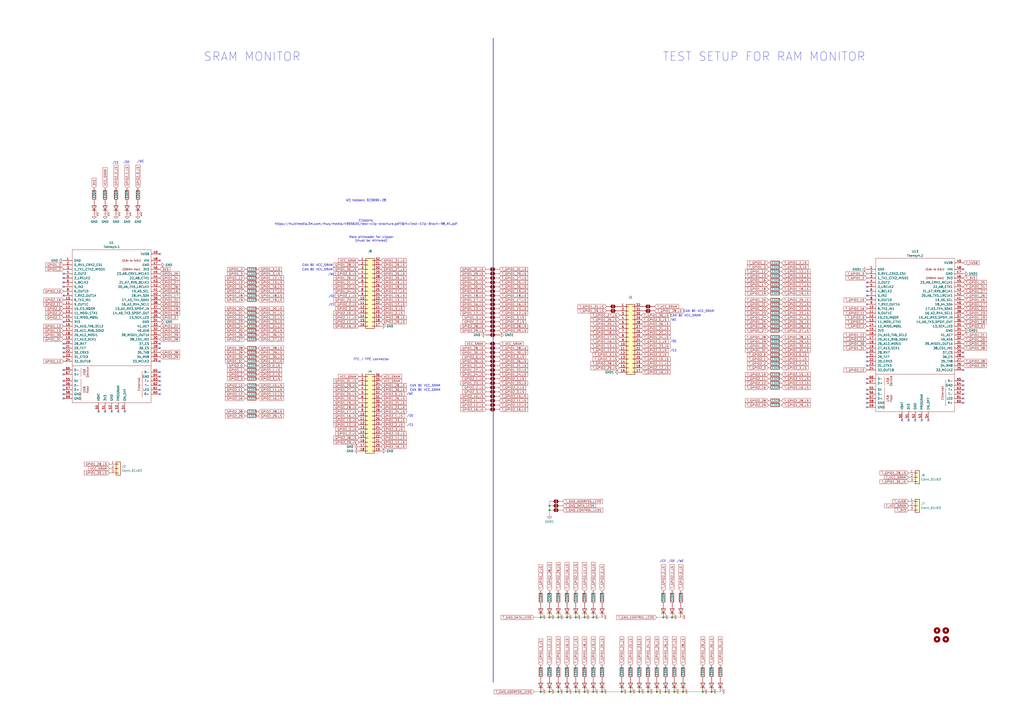
<source format=kicad_sch>
(kicad_sch (version 20231120) (generator "eeschema") (generator_version "8.0")
  (paper "A2")
  (junction (at 318.77 293.37))
  (junction (at 328.93 358.14))
  (junction (at 370.84 401.32))
  (junction (at 407.67 401.32))
  (junction (at 318.77 401.32))
  (junction (at 391.16 401.32))
  (junction (at 328.93 401.32))
  (junction (at 375.92 401.32))
  (junction (at 344.17 358.14))
  (junction (at 412.75 401.32))
  (junction (at 384.81 358.14))
  (junction (at 318.77 358.14))
  (junction (at 339.09 358.14))
  (junction (at 396.24 401.32))
  (junction (at 389.89 358.14))
  (junction (at 323.85 358.14))
  (junction (at 344.17 401.32))
  (junction (at 365.76 401.32))
  (junction (at 381 401.32))
  (junction (at 386.08 401.32))
  (junction (at 313.69 358.14))
  (junction (at 313.69 401.32))
  (junction (at 334.01 401.32))
  (junction (at 323.85 401.32))
  (junction (at 339.09 401.32))
  (junction (at 349.25 401.32))
  (junction (at 318.77 295.91))
  (junction (at 360.68 401.32))
  (junction (at 334.01 358.14))
  (no_connect (at 68.58 238.76))
  (no_connect (at 502.92 166.37))
  (no_connect (at 64.77 238.76))
  (no_connect (at 538.48 243.84))
  (no_connect (at 36.83 207.01))
  (no_connect (at 502.92 176.53))
  (no_connect (at 36.83 217.17))
  (no_connect (at 558.8 207.01))
  (no_connect (at 530.86 243.84))
  (no_connect (at 36.83 166.37))
  (no_connect (at 502.92 236.22))
  (no_connect (at 92.71 151.13))
  (no_connect (at 502.92 209.55))
  (no_connect (at 92.71 199.39))
  (no_connect (at 36.83 214.63))
  (no_connect (at 558.8 204.47))
  (no_connect (at 36.83 220.98))
  (no_connect (at 502.92 226.06))
  (no_connect (at 92.71 201.93))
  (no_connect (at 502.92 168.91))
  (no_connect (at 36.83 163.83))
  (no_connect (at 558.8 220.98))
  (no_connect (at 36.83 231.14))
  (no_connect (at 502.92 233.68))
  (no_connect (at 527.05 243.84))
  (no_connect (at 502.92 204.47))
  (no_connect (at 57.15 238.76))
  (no_connect (at 92.71 228.6))
  (no_connect (at 36.83 186.69))
  (no_connect (at 92.71 215.9))
  (no_connect (at 558.8 233.68))
  (no_connect (at 502.92 171.45))
  (no_connect (at 558.8 228.6))
  (no_connect (at 523.24 243.84))
  (no_connect (at 92.71 220.98))
  (no_connect (at 502.92 212.09))
  (no_connect (at 558.8 156.21))
  (no_connect (at 92.71 147.32))
  (no_connect (at 502.92 163.83))
  (no_connect (at 36.83 223.52))
  (no_connect (at 36.83 204.47))
  (no_connect (at 36.83 158.75))
  (no_connect (at 92.71 226.06))
  (no_connect (at 558.8 223.52))
  (no_connect (at 60.96 238.76))
  (no_connect (at 558.8 214.63))
  (no_connect (at 502.92 228.6))
  (no_connect (at 92.71 223.52))
  (no_connect (at 36.83 171.45))
  (no_connect (at 92.71 209.55))
  (no_connect (at 36.83 226.06))
  (no_connect (at 92.71 218.44))
  (no_connect (at 558.8 226.06))
  (no_connect (at 36.83 161.29))
  (no_connect (at 502.92 219.71))
  (no_connect (at 502.92 191.77))
  (no_connect (at 36.83 228.6))
  (no_connect (at 36.83 201.93))
  (no_connect (at 502.92 222.25))
  (no_connect (at 502.92 231.14))
  (no_connect (at 502.92 207.01))
  (no_connect (at 36.83 199.39))
  (no_connect (at 534.67 243.84))
  (no_connect (at 558.8 231.14))
  (no_connect (at 72.39 238.76))
  (wire (pts (xy 339.09 358.14) (xy 344.17 358.14)))
  (wire (pts (xy 381 401.32) (xy 386.08 401.32)))
  (wire (pts (xy 384.81 358.14) (xy 389.89 358.14)))
  (wire (pts (xy 370.84 401.32) (xy 375.92 401.32)))
  (wire (pts (xy 365.76 401.32) (xy 370.84 401.32)))
  (wire (pts (xy 412.75 401.32) (xy 417.83 401.32)))
  (wire (pts (xy 309.88 358.14) (xy 313.69 358.14)))
  (wire (pts (xy 334.01 358.14) (xy 339.09 358.14)))
  (wire (pts (xy 323.85 401.32) (xy 328.93 401.32)))
  (wire (pts (xy 323.85 358.14) (xy 328.93 358.14)))
  (wire (pts (xy 334.01 401.32) (xy 339.09 401.32)))
  (wire (pts (xy 349.25 401.32) (xy 360.68 401.32)))
  (wire (pts (xy 318.77 293.37) (xy 318.77 295.91)))
  (wire (pts (xy 318.77 401.32) (xy 323.85 401.32)))
  (wire (pts (xy 344.17 401.32) (xy 349.25 401.32)))
  (wire (pts (xy 396.24 401.32) (xy 407.67 401.32)))
  (wire (pts (xy 375.92 401.32) (xy 381 401.32)))
  (wire (pts (xy 318.77 295.91) (xy 318.77 298.45)))
  (wire (pts (xy 344.17 358.14) (xy 349.25 358.14)))
  (wire (pts (xy 360.68 401.32) (xy 365.76 401.32)))
  (wire (pts (xy 328.93 401.32) (xy 334.01 401.32)))
  (wire (pts (xy 389.89 358.14) (xy 394.97 358.14)))
  (wire (pts (xy 391.16 401.32) (xy 396.24 401.32)))
  (wire (pts (xy 309.88 401.32) (xy 313.69 401.32)))
  (wire (pts (xy 313.69 358.14) (xy 318.77 358.14)))
  (wire (pts (xy 313.69 401.32) (xy 318.77 401.32)))
  (wire (pts (xy 339.09 401.32) (xy 344.17 401.32)))
  (wire (pts (xy 328.93 358.14) (xy 334.01 358.14)))
  (wire (pts (xy 381 358.14) (xy 384.81 358.14)))
  (wire (pts (xy 318.77 358.14) (xy 323.85 358.14)))
  (wire (pts (xy 407.67 401.32) (xy 412.75 401.32)))
  (wire (pts (xy 318.77 290.83) (xy 318.77 293.37)))
  (wire (pts (xy 386.08 401.32) (xy 391.16 401.32)))
  (rectangle (start 286.004 22.098) (end 286.258 395.732))
  (text "CAN BE VCC_SRAM" (at 246.634 223.774 0) (effects (font (size 1.27 1.27))))
  (text "Wij hebben: 923690-28" (at 212.344 116.332 0) (effects (font (size 1.27 1.27))))
  (text "/OE" (at 237.998 241.3 0) (effects (font (size 1.27 1.27))))
  (text "/WE" (at 237.744 228.6 0) (effects (font (size 1.27 1.27))))
  (text "/CE" (at 67.056 94.488 0) (effects (font (size 1.27 1.27))))
  (text "SRAM MONITOR" (at 146.304 33.02 0) (effects (font (size 5 5))))
  (text "FFC / FPC connector" (at 215.392 208.534 0) (effects (font (size 1.27 1.27))))
  (text "MIRROR CLIPPERS" (at 123.19 444.246 0) (effects (font (size 10 10))))
  (text "CAN BE VCC_SRAM" (at 246.634 226.314 0) (effects (font (size 1.27 1.27))))
  (text "CAN BE VCC_SRAM" (at 405.384 180.594 0) (effects (font (size 1.27 1.27))))
  (text "/WE" (at 81.534 93.726 0) (effects (font (size 1.27 1.27))))
  (text "/CE" (at 390.652 203.454 0) (effects (font (size 1.27 1.27))))
  (text "CAN BE VCC_SRAM" (at 397.764 183.134 0) (effects (font (size 1.27 1.27))))
  (text "CAN BE VCC_SRAM" (at 184.15 153.924 0) (effects (font (size 1.27 1.27))))
  (text "Clippers:\nhttps://multimedia.3m.com/mws/media/490562O/test-clip-brochure.pdf?&fn=Test-Clip-Broch-98_R1.pdf" (at 212.344 129.032 0) (effects (font (size 1.27 1.27))))
  (text "/WE" (at 390.398 185.674 0) (effects (font (size 1.27 1.27))))
  (text "/CE" (at 384.556 325.628 0) (effects (font (size 1.27 1.27))))
  (text "/WE" (at 192.278 159.258 0) (effects (font (size 1.27 1.27))))
  (text "CAN BE VCC_SRAM" (at 184.15 156.464 0) (effects (font (size 1.27 1.27))))
  (text "/OE" (at 389.636 325.628 0) (effects (font (size 1.27 1.27))))
  (text "TEST SETUP FOR RAM MONITOR" (at 443.23 33.02 0) (effects (font (size 5 5))))
  (text "/CE" (at 192.532 176.784 0) (effects (font (size 1.27 1.27))))
  (text "/OE" (at 192.532 171.958 0) (effects (font (size 1.27 1.27))))
  (text "/WE" (at 394.716 325.628 0) (effects (font (size 1.27 1.27))))
  (text "/CE" (at 237.998 246.634 0) (effects (font (size 1.27 1.27))))
  (text "/OE" (at 390.652 198.12 0) (effects (font (size 1.27 1.27))))
  (text "Male pinheader for clipper\n(must be mirrored)" (at 215.392 138.684 0) (effects (font (size 1.27 1.27))))
  (text "/OE" (at 73.406 94.234 0) (effects (font (size 1.27 1.27))))
  (global_label "T_GPIO2_12_LS" (shape input) (at 453.39 222.25 0) (property "Intersheetrefs" "${INTERSHEET_REFS}" (effects (hide yes))))
  (global_label "T_VCC_SRAM" (shape input) (at 527.05 293.37 180) (property "Intersheetrefs" "${INTERSHEET_REFS}" (effects (hide yes))))
  (global_label "GPIO1_20_LS" (shape input) (at 208.28 231.14 180) (property "Intersheetrefs" "${INTERSHEET_REFS}" (effects (hide yes))))
  (global_label "GPIO1_17_LS" (shape input) (at 281.94 173.99 180) (property "Intersheetrefs" "${INTERSHEET_REFS}" (effects (hide yes))))
  (global_label "GPIO1_17_LS" (shape input) (at 220.98 168.91 0) (property "Intersheetrefs" "${INTERSHEET_REFS}" (effects (hide yes))))
  (global_label "GPIO2_12" (shape input) (at 36.83 209.55 180) (property "Intersheetrefs" "${INTERSHEET_REFS}" (effects (hide yes))))
  (global_label "T_GPIO2_1_LS" (shape input) (at 453.39 208.28 0) (property "Intersheetrefs" "${INTERSHEET_REFS}" (effects (hide yes))))
  (global_label "GPIO1_13_LS" (shape input) (at 149.86 163.83 0) (property "Intersheetrefs" "${INTERSHEET_REFS}" (effects (hide yes))))
  (global_label "T_GPIO1_18_LS" (shape input) (at 289.56 171.45 0) (property "Intersheetrefs" "${INTERSHEET_REFS}" (effects (hide yes))))
  (global_label "T_GPIO1_23_LS" (shape input) (at 453.39 181.61 0) (property "Intersheetrefs" "${INTERSHEET_REFS}" (effects (hide yes))))
  (global_label "T_GPIO1_17" (shape input) (at 558.8 176.53 0) (property "Intersheetrefs" "${INTERSHEET_REFS}" (effects (hide yes))))
  (global_label "GPIO1_3_LS" (shape input) (at 208.28 248.92 180) (property "Intersheetrefs" "${INTERSHEET_REFS}" (effects (hide yes))))
  (global_label "GPIO2_1_LS" (shape input) (at 220.98 241.3 0) (property "Intersheetrefs" "${INTERSHEET_REFS}" (effects (hide yes))))
  (global_label "T_GPIO2_16_LS" (shape input) (at 328.93 342.9 90) (property "Intersheetrefs" "${INTERSHEET_REFS}" (effects (hide yes))))
  (global_label "T_GPIO1_20_LS" (shape input) (at 349.25 386.08 90) (property "Intersheetrefs" "${INTERSHEET_REFS}" (effects (hide yes))))
  (global_label "GPIO2_12_LS" (shape input) (at 281.94 234.95 180) (property "Intersheetrefs" "${INTERSHEET_REFS}" (effects (hide yes))))
  (global_label "GPIO2_12" (shape input) (at 142.24 228.6 180) (property "Intersheetrefs" "${INTERSHEET_REFS}" (effects (hide yes))))
  (global_label "T_GPIO1_18_LS" (shape input) (at 453.39 167.64 0) (property "Intersheetrefs" "${INTERSHEET_REFS}" (effects (hide yes))))
  (global_label "GPIO1_25_LS" (shape input) (at 281.94 163.83 180) (property "Intersheetrefs" "${INTERSHEET_REFS}" (effects (hide yes))))
  (global_label "T_GPIO1_19" (shape input) (at 445.77 170.18 180) (property "Intersheetrefs" "${INTERSHEET_REFS}" (effects (hide yes))))
  (global_label "T_GPIO1_20_LS" (shape input) (at 453.39 173.99 0) (property "Intersheetrefs" "${INTERSHEET_REFS}" (effects (hide yes))))
  (global_label "GPIO1_18_LS" (shape input) (at 208.28 236.22 180) (property "Intersheetrefs" "${INTERSHEET_REFS}" (effects (hide yes))))
  (global_label "GPIO1_22_LS" (shape input) (at 149.86 184.15 0) (property "Intersheetrefs" "${INTERSHEET_REFS}" (effects (hide yes))))
  (global_label "GPIO2_10_LS" (shape input) (at 208.28 181.61 180) (property "Intersheetrefs" "${INTERSHEET_REFS}" (effects (hide yes))))
  (global_label "GPIO2_11" (shape input) (at 36.83 176.53 180) (property "Intersheetrefs" "${INTERSHEET_REFS}" (effects (hide yes))))
  (global_label "GPIO2_0_LS" (shape input) (at 281.94 207.01 180) (property "Intersheetrefs" "${INTERSHEET_REFS}" (effects (hide yes))))
  (global_label "T_GPIO1_13_LS" (shape input) (at 289.56 179.07 0) (property "Intersheetrefs" "${INTERSHEET_REFS}" (effects (hide yes))))
  (global_label "GPIO2_16" (shape input) (at 36.83 173.99 180) (property "Intersheetrefs" "${INTERSHEET_REFS}" (effects (hide yes))))
  (global_label "T_GPIO1_12_LS" (shape input) (at 359.41 203.2 180) (property "Intersheetrefs" "${INTERSHEET_REFS}" (effects (hide yes))))
  (global_label "GPIO1_22_LS" (shape input) (at 220.98 236.22 0) (property "Intersheetrefs" "${INTERSHEET_REFS}" (effects (hide yes))))
  (global_label "GPIO1_21_LS" (shape input) (at 281.94 212.09 180) (property "Intersheetrefs" "${INTERSHEET_REFS}" (effects (hide yes))))
  (global_label "T_GPIO1_2_LS" (shape input) (at 289.56 186.69 0) (property "Intersheetrefs" "${INTERSHEET_REFS}" (effects (hide yes))))
  (global_label "T_GPIO1_22" (shape input) (at 558.8 179.07 0) (property "Intersheetrefs" "${INTERSHEET_REFS}" (effects (hide yes))))
  (global_label "T_GPIO1_31_LS" (shape input) (at 417.83 386.08 90) (property "Intersheetrefs" "${INTERSHEET_REFS}" (effects (hide yes))))
  (global_label "T_GPIO1_25_LS" (shape input) (at 381 386.08 90) (property "Intersheetrefs" "${INTERSHEET_REFS}" (effects (hide yes))))
  (global_label "T_GPIO2_29" (shape input) (at 558.8 212.09 0) (property "Intersheetrefs" "${INTERSHEET_REFS}" (effects (hide yes))))
  (global_label "T_GPIO1_21_LS" (shape input) (at 289.56 212.09 0) (property "Intersheetrefs" "${INTERSHEET_REFS}" (effects (hide yes))))
  (global_label "T_GPIO1_25_LS" (shape input) (at 289.56 163.83 0) (property "Intersheetrefs" "${INTERSHEET_REFS}" (effects (hide yes))))
  (global_label "GPIO1_21" (shape input) (at 92.71 189.23 0) (property "Intersheetrefs" "${INTERSHEET_REFS}" (effects (hide yes))))
  (global_label "T_GPIO1_27_LS" (shape input) (at 391.16 386.08 90) (property "Intersheetrefs" "${INTERSHEET_REFS}" (effects (hide yes))))
  (global_label "GPIO2_10_LS" (shape input) (at 220.98 251.46 0) (property "Intersheetrefs" "${INTERSHEET_REFS}" (effects (hide yes))))
  (global_label "T_GPIO1_29_LS" (shape input) (at 351.79 180.34 180) (property "Intersheetrefs" "${INTERSHEET_REFS}" (effects (hide yes))))
  (global_label "GPIO1_27_LS" (shape input) (at 149.86 196.85 0) (property "Intersheetrefs" "${INTERSHEET_REFS}" (effects (hide yes))))
  (global_label "T_GPIO1_19_LS" (shape input) (at 344.17 386.08 90) (property "Intersheetrefs" "${INTERSHEET_REFS}" (effects (hide yes))))
  (global_label "T_GPIO2_28_LS" (shape input) (at 318.77 342.9 90) (property "Intersheetrefs" "${INTERSHEET_REFS}" (effects (hide yes))))
  (global_label "T_GPIO1_2_LS" (shape input) (at 453.39 152.4 0) (property "Intersheetrefs" "${INTERSHEET_REFS}" (effects (hide yes))))
  (global_label "T_GPIO1_18" (shape input) (at 445.77 167.64 180) (property "Intersheetrefs" "${INTERSHEET_REFS}" (effects (hide yes))))
  (global_label "T_GPIO1_12_LS" (shape input) (at 453.39 157.48 0) (property "Intersheetrefs" "${INTERSHEET_REFS}" (effects (hide yes))))
  (global_label "T_GPIO1_23_LS" (shape input) (at 372.11 200.66 0) (property "Intersheetrefs" "${INTERSHEET_REFS}" (effects (hide yes))))
  (global_label "T_GPIO1_23_LS" (shape input) (at 289.56 222.25 0) (property "Intersheetrefs" "${INTERSHEET_REFS}" (effects (hide yes))))
  (global_label "T_GPIO1_26_LS" (shape input) (at 372.11 187.96 0) (property "Intersheetrefs" "${INTERSHEET_REFS}" (effects (hide yes))))
  (global_label "GPIO2_28" (shape input) (at 92.71 204.47 0) (property "Intersheetrefs" "${INTERSHEET_REFS}" (effects (hide yes))))
  (global_label "T_GPIO1_26_LS" (shape input) (at 289.56 209.55 0) (property "Intersheetrefs" "${INTERSHEET_REFS}" (effects (hide yes))))
  (global_label "GPIO1_29_LS" (shape input) (at 281.94 158.75 180) (property "Intersheetrefs" "${INTERSHEET_REFS}" (effects (hide yes))))
  (global_label "GPIO1_27_LS" (shape input) (at 220.98 156.21 0) (property "Intersheetrefs" "${INTERSHEET_REFS}" (effects (hide yes))))
  (global_label "T_GPIO1_3_LS" (shape input) (at 313.69 386.08 90) (property "Intersheetrefs" "${INTERSHEET_REFS}" (effects (hide yes))))
  (global_label "GPIO1_31" (shape input) (at 142.24 209.55 180) (property "Intersheetrefs" "${INTERSHEET_REFS}" (effects (hide yes))))
  (global_label "T_GPIO2_3" (shape input) (at 558.8 189.23 0) (property "Intersheetrefs" "${INTERSHEET_REFS}" (effects (hide yes))))
  (global_label "T_GPIO1_26" (shape input) (at 558.8 171.45 0) (property "Intersheetrefs" "${INTERSHEET_REFS}" (effects (hide yes))))
  (global_label "T_GND_ADDRESS_LEDS" (shape input) (at 309.88 401.32 180) (property "Intersheetrefs" "${INTERSHEET_REFS}" (effects (hide yes))))
  (global_label "GPIO1_13_LS" (shape input) (at 220.98 173.99 0) (property "Intersheetrefs" "${INTERSHEET_REFS}" (effects (hide yes))))
  (global_label "GPIO1_31_LS" (shape input) (at 281.94 156.21 180) (property "Intersheetrefs" "${INTERSHEET_REFS}" (effects (hide yes))))
  (global_label "T_GPIO1_28_LS" (shape input) (at 289.56 201.93 0) (property "Intersheetrefs" "${INTERSHEET_REFS}" (effects (hide yes))))
  (global_label "T_GPIO1_2" (shape input) (at 445.77 152.4 180) (property "Intersheetrefs" "${INTERSHEET_REFS}" (effects (hide yes))))
  (global_label "T_GPIO1_31_LS" (shape input) (at 289.56 156.21 0) (property "Intersheetrefs" "${INTERSHEET_REFS}" (effects (hide yes))))
  (global_label "GPIO1_17_LS" (shape input) (at 208.28 238.76 180) (property "Intersheetrefs" "${INTERSHEET_REFS}" (effects (hide yes))))
  (global_label "GPIO2_1" (shape input) (at 142.24 214.63 180) (property "Intersheetrefs" "${INTERSHEET_REFS}" (effects (hide yes))))
  (global_label "T_GPIO1_19_LS" (shape input) (at 289.56 168.91 0) (property "Intersheetrefs" "${INTERSHEET_REFS}" (effects (hide yes))))
  (global_label "GPIO1_20_LS" (shape input) (at 281.94 166.37 180) (property "Intersheetrefs" "${INTERSHEET_REFS}" (effects (hide yes))))
  (global_label "T_GPIO1_28" (shape input) (at 445.77 195.58 180) (property "Intersheetrefs" "${INTERSHEET_REFS}" (effects (hide yes))))
  (global_label "GPIO1_28_LS" (shape input) (at 220.98 223.52 0) (property "Intersheetrefs" "${INTERSHEET_REFS}" (effects (hide yes))))
  (global_label "T_GPIO2_0" (shape input) (at 445.77 205.74 180) (property "Intersheetrefs" "${INTERSHEET_REFS}" (effects (hide yes))))
  (global_label "GPIO1_21_LS" (shape input) (at 149.86 181.61 0) (property "Intersheetrefs" "${INTERSHEET_REFS}" (effects (hide yes))))
  (global_label "GPIO2_28_LS" (shape input) (at 208.28 254 180) (property "Intersheetrefs" "${INTERSHEET_REFS}" (effects (hide yes))))
  (global_label "T_GPIO2_0_LS" (shape input) (at 372.11 185.42 0) (property "Intersheetrefs" "${INTERSHEET_REFS}" (effects (hide yes))))
  (global_label "T_GPIO2_1" (shape input) (at 445.77 208.28 180) (property "Intersheetrefs" "${INTERSHEET_REFS}" (effects (hide yes))))
  (global_label "T_GPIO1_26_LS" (shape input) (at 453.39 189.23 0) (property "Intersheetrefs" "${INTERSHEET_REFS}" (effects (hide yes))))
  (global_label "GPIO1_29_LS" (shape input) (at 149.86 204.47 0) (property "Intersheetrefs" "${INTERSHEET_REFS}" (effects (hide yes))))
  (global_label "T_GND_CONTROL_LEDS" (shape input) (at 381 358.14 180) (property "Intersheetrefs" "${INTERSHEET_REFS}" (effects (hide yes))))
  (global_label "T_GPIO2_29" (shape input) (at 445.77 234.95 180) (property "Intersheetrefs" "${INTERSHEET_REFS}" (effects (hide yes))))
  (global_label "T_GPIO1_20" (shape input) (at 558.8 196.85 0) (property "Intersheetrefs" "${INTERSHEET_REFS}" (effects (hide yes))))
  (global_label "T_GPIO1_30_LS" (shape input) (at 527.05 279.4 180) (property "Intersheetrefs" "${INTERSHEET_REFS}" (effects (hide yes))))
  (global_label "T_GPIO1_19" (shape input) (at 558.8 184.15 0) (property "Intersheetrefs" "${INTERSHEET_REFS}" (effects (hide yes))))
  (global_label "GPIO2_12_LS" (shape input) (at 149.86 228.6 0) (property "Intersheetrefs" "${INTERSHEET_REFS}" (effects (hide yes))))
  (global_label "GPIO1_18_LS" (shape input) (at 149.86 171.45 0) (property "Intersheetrefs" "${INTERSHEET_REFS}" (effects (hide yes))))
  (global_label "T_GPIO1_17_LS" (shape input) (at 453.39 165.1 0) (property "Intersheetrefs" "${INTERSHEET_REFS}" (effects (hide yes))))
  (global_label "GPIO1_16" (shape input) (at 92.71 168.91 0) (property "Intersheetrefs" "${INTERSHEET_REFS}" (effects (hide yes))))
  (global_label "T_GPIO2_29_LS" (shape input) (at 289.56 191.77 0) (property "Intersheetrefs" "${INTERSHEET_REFS}" (effects (hide yes))))
  (global_label "T_GPIO1_3_LS" (shape input) (at 453.39 154.94 0) (property "Intersheetrefs" "${INTERSHEET_REFS}" (effects (hide yes))))
  (global_label "GPIO1_24_LS" (shape input) (at 208.28 168.91 180) (property "Intersheetrefs" "${INTERSHEET_REFS}" (effects (hide yes))))
  (global_label "T_GPIO2_3_LS" (shape input) (at 349.25 342.9 90) (property "Intersheetrefs" "${INTERSHEET_REFS}" (effects (hide yes))))
  (global_label "GPIO1_16" (shape input) (at 142.24 166.37 180) (property "Intersheetrefs" "${INTERSHEET_REFS}" (effects (hide yes))))
  (global_label "T_GPIO2_16" (shape input) (at 502.92 179.07 180) (property "Intersheetrefs" "${INTERSHEET_REFS}" (effects (hide yes))))
  (global_label "T_GPIO1_21_LS" (shape input) (at 453.39 176.53 0) (property "Intersheetrefs" "${INTERSHEET_REFS}" (effects (hide yes))))
  (global_label "GPIO2_2_LS" (shape input) (at 149.86 217.17 0) (property "Intersheetrefs" "${INTERSHEET_REFS}" (effects (hide yes))))
  (global_label "T_GPIO2_10_LS" (shape input) (at 344.17 342.9 90) (property "Intersheetrefs" "${INTERSHEET_REFS}" (effects (hide yes))))
  (global_label "VCC_SRAM" (shape input) (at 63.5 271.78 180) (property "Intersheetrefs" "${INTERSHEET_REFS}" (effects (hide yes))))
  (global_label "T_3V3" (shape input) (at 558.8 161.29 0) (property "Intersheetrefs" "${INTERSHEET_REFS}" (effects (hide yes))))
  (global_label "GPIO1_21_LS" (shape input) (at 208.28 163.83 180) (property "Intersheetrefs" "${INTERSHEET_REFS}" (effects (hide yes))))
  (global_label "GPIO1_28_LS" (shape input) (at 63.5 269.24 180) (property "Intersheetrefs" "${INTERSHEET_REFS}" (effects (hide yes))))
  (global_label "GPIO1_3" (shape input) (at 142.24 158.75 180) (property "Intersheetrefs" "${INTERSHEET_REFS}" (effects (hide yes))))
  (global_label "T_GPIO2_12_LS" (shape input) (at 334.01 342.9 90) (property "Intersheetrefs" "${INTERSHEET_REFS}" (effects (hide yes))))
  (global_label "T_GPIO1_29_LS" (shape input) (at 407.67 386.08 90) (property "Intersheetrefs" "${INTERSHEET_REFS}" (effects (hide yes))))
  (global_label "GPIO1_3_LS" (shape input) (at 149.86 158.75 0) (property "Intersheetrefs" "${INTERSHEET_REFS}" (effects (hide yes))))
  (global_label "T_GPIO2_29_LS" (shape input) (at 453.39 234.95 0) (property "Intersheetrefs" "${INTERSHEET_REFS}" (effects (hide yes))))
  (global_label "T_GPIO1_25_LS" (shape input) (at 453.39 186.69 0) (property "Intersheetrefs" "${INTERSHEET_REFS}" (effects (hide yes))))
  (global_label "T_GPIO2_11_LS" (shape input) (at 339.09 342.9 90) (property "Intersheetrefs" "${INTERSHEET_REFS}" (effects (hide yes))))
  (global_label "GPIO2_12_LS" (shape input) (at 208.28 186.69 180) (property "Intersheetrefs" "${INTERSHEET_REFS}" (effects (hide yes))))
  (global_label "GPIO2_28" (shape input) (at 142.24 238.76 180) (property "Intersheetrefs" "${INTERSHEET_REFS}" (effects (hide yes))))
  (global_label "T_GPIO1_31_LS" (shape input) (at 453.39 203.2 0) (property "Intersheetrefs" "${INTERSHEET_REFS}" (effects (hide yes))))
  (global_label "T_GPIO2_16_LS" (shape input) (at 453.39 224.79 0) (property "Intersheetrefs" "${INTERSHEET_REFS}" (effects (hide yes))))
  (global_label "T_GPIO1_3_LS" (shape input) (at 289.56 184.15 0) (property "Intersheetrefs" "${INTERSHEET_REFS}" (effects (hide yes))))
  (global_label "GPIO1_26_LS" (shape input) (at 220.98 231.14 0) (property "Intersheetrefs" "${INTERSHEET_REFS}" (effects (hide yes))))
  (global_label "GPIO1_23" (shape input) (at 92.71 176.53 0) (property "Intersheetrefs" "${INTERSHEET_REFS}" (effects (hide yes))))
  (global_label "GPIO1_27" (shape input) (at 142.24 196.85 180) (property "Intersheetrefs" "${INTERSHEET_REFS}" (effects (hide yes))))
  (global_label "T_GPIO1_24_LS" (shape input) (at 372.11 195.58 0) (property "Intersheetrefs" "${INTERSHEET_REFS}" (effects (hide yes))))
  (global_label "VCC_SRAM" (shape input) (at 208.28 218.44 180) (property "Intersheetrefs" "${INTERSHEET_REFS}" (effects (hide yes))))
  (global_label "T_GPIO2_10_LS" (shape input) (at 453.39 217.17 0) (property "Intersheetrefs" "${INTERSHEET_REFS}" (effects (hide yes))))
  (global_label "T_GPIO2_16_LS" (shape input) (at 289.56 237.49 0) (property "Intersheetrefs" "${INTERSHEET_REFS}" (effects (hide yes))))
  (global_label "GPIO2_28_LS" (shape input) (at 281.94 189.23 180) (property "Intersheetrefs" "${INTERSHEET_REFS}" (effects (hide yes))))
  (global_label "GPIO1_17" (shape input) (at 92.71 171.45 0) (property "Intersheetrefs" "${INTERSHEET_REFS}" (effects (hide yes))))
  (global_label "T_GPIO1_25_LS" (shape input) (at 359.41 185.42 180) (property "Intersheetrefs" "${INTERSHEET_REFS}" (effects (hide yes))))
  (global_label "GPIO2_3_LS" (shape input) (at 220.98 248.92 0) (property "Intersheetrefs" "${INTERSHEET_REFS}" (effects (hide yes))))
  (global_label "GPIO2_3" (shape input) (at 142.24 219.71 180) (property "Intersheetrefs" "${INTERSHEET_REFS}" (effects (hide yes))))
  (global_label "GPIO1_22_LS" (shape input) (at 208.28 166.37 180) (property "Intersheetrefs" "${INTERSHEET_REFS}" (effects (hide yes))))
  (global_label "GPIO1_23_LS" (shape input) (at 281.94 222.25 180) (property "Intersheetrefs" "${INTERSHEET_REFS}" (effects (hide yes))))
  (global_label "T_GPIO2_10_LS" (shape input) (at 372.11 208.28 0) (property "Intersheetrefs" "${INTERSHEET_REFS}" (effects (hide yes))))
  (global_label "T_GPIO2_1_LS" (shape input) (at 389.89 342.9 90) (property "Intersheetrefs" "${INTERSHEET_REFS}" (effects (hide yes))))
  (global_label "GPIO1_23_LS" (shape input) (at 208.28 173.99 180) (property "Intersheetrefs" "${INTERSHEET_REFS}" (effects (hide yes))))
  (global_label "GPIO1_29_LS" (shape input) (at 208.28 223.52 180) (property "Intersheetrefs" "${INTERSHEET_REFS}" (effects (hide yes))))
  (global_label "T_GPIO1_18_LS" (shape input) (at 359.41 193.04 180) (property "Intersheetrefs" "${INTERSHEET_REFS}" (effects (hide yes))))
  (global_label "T_GPIO1_30" (shape input) (at 445.77 200.66 180) (property "Intersheetrefs" "${INTERSHEET_REFS}" (effects (hide yes))))
  (global_label "GPIO1_17_LS" (shape input) (at 149.86 168.91 0) (property "Intersheetrefs" "${INTERSHEET_REFS}" (effects (hide yes))))
  (global_label "T_GPIO2_28_LS" (shape input) (at 359.41 210.82 180) (property "Intersheetrefs" "${INTERSHEET_REFS}" (effects (hide yes))))
  (global_label "T_GPIO1_24_LS" (shape input) (at 375.92 386.08 90) (property "Intersheetrefs" "${INTERSHEET_REFS}" (effects (hide yes))))
  (global_label "GPIO1_12_LS" (shape input) (at 220.98 176.53 0) (property "Intersheetrefs" "${INTERSHEET_REFS}" (effects (hide yes))))
  (global_label "GPIO2_0_LS" (shape input) (at 149.86 212.09 0) (property "Intersheetrefs" "${INTERSHEET_REFS}" (effects (hide yes))))
  (global_label "T_GPIO1_28_LS" (shape input) (at 453.39 195.58 0) (property "Intersheetrefs" "${INTERSHEET_REFS}" (effects (hide yes))))
  (global_label "GPIO1_26_LS" (shape input) (at 149.86 194.31 0) (property "Intersheetrefs" "${INTERSHEET_REFS}" (effects (hide yes))))
  (global_label "GPIO1_24" (shape input) (at 142.24 189.23 180) (property "Intersheetrefs" "${INTERSHEET_REFS}" (effects (hide yes))))
  (global_label "T_GPIO1_28_LS" (shape input) (at 396.24 386.08 90) (property "Intersheetrefs" "${INTERSHEET_REFS}" (effects (hide yes))))
  (global_label "T_GPIO1_30_LS" (shape input) (at 372.11 182.88 0) (property "Intersheetrefs" "${INTERSHEET_REFS}" (effects (hide yes))))
  (global_label "T_GPIO1_17_LS" (shape input) (at 334.01 386.08 90) (property "Intersheetrefs" "${INTERSHEET_REFS}" (effects (hide yes))))
  (global_label "GPIO1_26_LS" (shape input) (at 281.94 209.55 180) (property "Intersheetrefs" "${INTERSHEET_REFS}" (effects (hide yes))))
  (global_label "GPIO2_10_LS" (shape input) (at 149.86 223.52 0) (property "Intersheetrefs" "${INTERSHEET_REFS}" (effects (hide yes))))
  (global_label "T_GPIO1_2_LS" (shape input) (at 359.41 208.28 180) (property "Intersheetrefs" "${INTERSHEET_REFS}" (effects (hide yes))))
  (global_label "T_GPIO2_2_LS" (shape input) (at 453.39 210.82 0) (property "Intersheetrefs" "${INTERSHEET_REFS}" (effects (hide yes))))
  (global_label "GPIO1_13" (shape input) (at 36.83 191.77 180) (property "Intersheetrefs" "${INTERSHEET_REFS}" (effects (hide yes))))
  (global_label "T_GPIO2_28_LS" (shape input) (at 453.39 232.41 0) (property "Intersheetrefs" "${INTERSHEET_REFS}" (effects (hide yes))))
  (global_label "T_GPIO2_29_LS" (shape input) (at 323.85 342.9 90) (property "Intersheetrefs" "${INTERSHEET_REFS}" (effects (hide yes))))
  (global_label "T_GPIO1_16_LS" (shape input) (at 359.41 198.12 180) (property "Intersheetrefs" "${INTERSHEET_REFS}" (effects (hide yes))))
  (global_label "T_GND_CONTROL_LEDS" (shape input) (at 326.39 295.91 0) (property "Intersheetrefs" "${INTERSHEET_REFS}" (effects (hide yes))))
  (global_label "GPIO2_29" (shape input) (at 142.24 241.3 180) (property "Intersheetrefs" "${INTERSHEET_REFS}" (effects (hide yes))))
  (global_label "GPIO2_1_LS" (shape input) (at 281.94 219.71 180) (property "Intersheetrefs" "${INTERSHEET_REFS}" (effects (hide yes))))
  (global_label "GPIO2_28_LS" (shape input) (at 149.86 238.76 0) (property "Intersheetrefs" "${INTERSHEET_REFS}" (effects (hide yes))))
  (global_label "GPIO2_1_LS" (shape input) (at 149.86 214.63 0) (property "Intersheetrefs" "${INTERSHEET_REFS}" (effects (hide yes))))
  (global_label "GPIO2_16_LS" (shape input) (at 281.94 237.49 180) (property "Intersheetrefs" "${INTERSHEET_REFS}" (effects (hide yes))))
  (global_label "GPIO1_31_LS" (shape input) (at 208.28 220.98 180) (property "Intersheetrefs" "${INTERSHEET_REFS}" (effects (hide yes))))
  (global_label "GPIO1_3_LS" (shape input) (at 220.98 179.07 0) (property "Intersheetrefs" "${INTERSHEET_REFS}" (effects (hide yes))))
  (global_label "T_GPIO1_24_LS" (shape input) (at 453.39 184.15 0) (property "Intersheetrefs" "${INTERSHEET_REFS}" (effects (hide yes))))
  (global_label "GPIO1_28" (shape input) (at 142.24 201.93 180) (property "Intersheetrefs" "${INTERSHEET_REFS}" (effects (hide yes))))
  (global_label "T_GPIO1_3_LS" (shape input) (at 359.41 205.74 180) (property "Intersheetrefs" "${INTERSHEET_REFS}" (effects (hide yes))))
  (global_label "VCC_SRAM" (shape input) (at 208.28 151.13 180) (property "Intersheetrefs" "${INTERSHEET_REFS}" (effects (hide yes))))
  (global_label "T_GPIO1_19_LS" (shape input) (at 453.39 170.18 0) (property "Intersheetrefs" "${INTERSHEET_REFS}" (effects (hide yes))))
  (global_label "GPIO1_19" (shape input) (at 92.71 179.07 0) (property "Intersheetrefs" "${INTERSHEET_REFS}" (effects (hide yes))))
  (global_label "GPIO1_30_LS" (shape input) (at 281.94 204.47 180) (property "Intersheetrefs" "${INTERSHEET_REFS}" (effects (hide yes))))
  (global_label "VCC_SRAM" (shape input) (at 220.98 218.44 0) (property "Intersheetrefs" "${INTERSHEET_REFS}" (effects (hide yes))))
  (global_label "GPIO1_16_LS" (shape input) (at 149.86 166.37 0) (property "Intersheetrefs" "${INTERSHEET_REFS}" (effects (hide yes))))
  (global_label "GPIO1_25_LS" (shape input) (at 149.86 191.77 0) (property "Intersheetrefs" "${INTERSHEET_REFS}" (effects (hide yes))))
  (global_label "GPIO2_0_LS" (shape input) (at 208.28 158.75 180) (property "Intersheetrefs" "${INTERSHEET_REFS}" (effects (hide yes))))
  (global_label "GPIO1_29" (shape input) (at 142.24 204.47 180) (property "Intersheetrefs" "${INTERSHEET_REFS}" (effects (hide yes))))
  (global_label "GPIO2_28_LS" (shape input) (at 220.98 184.15 0) (property "Intersheetrefs" "${INTERSHEET_REFS}" (effects (hide yes))))
  (global_label "GPIO1_21_LS" (shape input) (at 220.98 233.68 0) (property "Intersheetrefs" "${INTERSHEET_REFS}" (effects (hide yes))))
  (global_label "T_GPIO1_28_LS" (shape input) (at 527.05 274.32 180) (property "Intersheetrefs" "${INTERSHEET_REFS}" (effects (hide yes))))
  (global_label "GPIO1_12" (shape input) (at 142.24 161.29 180) (property "Intersheetrefs" "${INTERSHEET_REFS}" (effects (hide yes))))
  (global_label "T_GPIO1_25" (shape input) (at 558.8 163.83 0) (property "Intersheetrefs" "${INTERSHEET_REFS}" (effects (hide yes))))
  (global_label "T_GPIO1_25" (shape input) (at 445.77 186.69 180) (property "Intersheetrefs" "${INTERSHEET_REFS}" (effects (hide yes))))
  (global_label "T_GPIO1_27_LS" (shape input) (at 289.56 161.29 0) (property "Intersheetrefs" "${INTERSHEET_REFS}" (effects (hide yes))))
  (global_label "GPIO1_3_LS" (shape input) (at 281.94 184.15 180) (property "Intersheetrefs" "${INTERSHEET_REFS}" (effects (hide yes))))
  (global_label "GPIO1_12" (shape input) (at 36.83 189.23 180) (property "Intersheetrefs" "${INTERSHEET_REFS}" (effects (hide yes))))
  (global_label "GPIO1_28_LS" (shape input) (at 149.86 201.93 0) (property "Intersheetrefs" "${INTERSHEET_REFS}" (effects (hide yes))))
  (global_label "T_GPIO2_12_LS" (shape input) (at 289.56 234.95 0) (property "Intersheetrefs" "${INTERSHEET_REFS}" (effects (hide yes))))
  (global_label "T_GPIO1_16" (shape input) (at 445.77 162.56 180) (property "Intersheetrefs" "${INTERSHEET_REFS}" (effects (hide yes))))
  (global_label "T_GPIO2_3" (shape input) (at 445.77 213.36 180) (property "Intersheetrefs" "${INTERSHEET_REFS}" (effects (hide yes))))
  (global_label "GPIO1_30_LS" (shape input) (at 63.5 274.32 180) (property "Intersheetrefs" "${INTERSHEET_REFS}" (effects (hide yes))))
  (global_label "T_GPIO1_23_LS" (shape input) (at 370.84 386.08 90) (property "Intersheetrefs" "${INTERSHEET_REFS}" (effects (hide yes))))
  (global_label "GPIO2_11" (shape input) (at 142.24 226.06 180) (property "Intersheetrefs" "${INTERSHEET_REFS}" (effects (hide yes))))
  (global_label "GPIO1_12_LS" (shape input) (at 149.86 161.29 0) (property "Intersheetrefs" "${INTERSHEET_REFS}" (effects (hide yes))))
  (global_label "3V3" (shape input) (at 92.71 156.21 0) (property "Intersheetrefs" "${INTERSHEET_REFS}" (effects (hide yes))))
  (global_label "GPIO1_25_LS" (shape input) (at 220.98 158.75 0) (property "Intersheetrefs" "${INTERSHEET_REFS}" (effects (hide yes))))
  (global_label "T_GPIO1_21" (shape input) (at 558.8 194.31 0) (property "Intersheetrefs" "${INTERSHEET_REFS}" (effects (hide yes))))
  (global_label "T_GPIO2_11" (shape input) (at 502.92 181.61 180) (property "Intersheetrefs" "${INTERSHEET_REFS}" (effects (hide yes))))
  (global_label "T_GPIO1_27" (shape input) (at 445.77 191.77 180) (property "Intersheetrefs" "${INTERSHEET_REFS}" (effects (hide yes))))
  (global_label "GPIO1_19_LS" (shape input) (at 220.98 163.83 0) (property "Intersheetrefs" "${INTERSHEET_REFS}" (effects (hide yes))))
  (global_label "GPIO2_2_LS" (shape input) (at 67.31 109.22 90) (property "Intersheetrefs" "${INTERSHEET_REFS}" (effects (hide yes))))
  (global_label "T_GPIO1_29_LS" (shape input) (at 289.56 158.75 0) (property "Intersheetrefs" "${INTERSHEET_REFS}" (effects (hide yes))))
  (global_label "T_GPIO1_22_LS" (shape input) (at 289.56 214.63 0) (property "Intersheetrefs" "${INTERSHEET_REFS}" (effects (hide yes))))
  (global_label "T_VCC_SRAM" (shape input) (at 379.73 177.8 0) (property "Intersheetrefs" "${INTERSHEET_REFS}" (effects (hide yes))))
  (global_label "GPIO1_20_LS" (shape input) (at 220.98 161.29 0) (property "Intersheetrefs" "${INTERSHEET_REFS}" (effects (hide yes))))
  (global_label "T_GPIO1_2_LS" (shape input) (at 313.69 342.9 90) (property "Intersheetrefs" "${INTERSHEET_REFS}" (effects (hide yes))))
  (global_label "GPIO1_26_LS" (shape input) (at 208.28 161.29 180) (property "Intersheetrefs" "${INTERSHEET_REFS}" (effects (hide yes))))
  (global_label "T_GPIO1_16_LS" (shape input) (at 289.56 176.53 0) (property "Intersheetrefs" "${INTERSHEET_REFS}" (effects (hide yes))))
  (global_label "T_GPIO1_24_LS" (shape input) (at 289.56 217.17 0) (property "Intersheetrefs" "${INTERSHEET_REFS}" (effects (hide yes))))
  (global_label "T_GND_ADDRESS_LEDS" (shape input) (at 326.39 290.83 0) (property "Intersheetrefs" "${INTERSHEET_REFS}" (effects (hide yes))))
  (global_label "T_GPIO2_2_LS" (shape input) (at 289.56 224.79 0) (property "Intersheetrefs" "${INTERSHEET_REFS}" (effects (hide yes))))
  (global_label "T_GPIO1_26_LS" (shape input) (at 386.08 386.08 90) (property "Intersheetrefs" "${INTERSHEET_REFS}" (effects (hide yes))))
  (global_label "T_GND_DATA_LEDS" (shape input) (at 326.39 293.37 0) (property "Intersheetrefs" "${INTERSHEET_REFS}" (effects (hide yes))))
  (global_label "T_GND_DATA_LEDS" (shape input) (at 309.88 358.14 180) (property "Intersheetrefs" "${INTERSHEET_REFS}" (effects (hide yes))))
  (global_label "T_GPIO1_29" (shape input) (at 445.77 198.12 180) (property "Intersheetrefs" "${INTERSHEET_REFS}" (effects (hide yes))))
  (global_label "T_GPIO2_1_LS" (shape input) (at 289.56 219.71 0) (property "Intersheetrefs" "${INTERSHEET_REFS}" (effects (hide yes))))
  (global_label "T_GPIO1_27_LS" (shape input) (at 359.41 182.88 180) (property "Intersheetrefs" "${INTERSHEET_REFS}" (effects (hide yes))))
  (global_label "T_GPIO1_12_LS" (shape input) (at 289.56 181.61 0) (property "Intersheetrefs" "${INTERSHEET_REFS}" (effects (hide yes))))
  (global_label "T_GPIO1_13_LS" (shape input) (at 453.39 160.02 0) (property "Intersheetrefs" "${INTERSHEET_REFS}" (effects (hide yes))))
  (global_label "GPIO1_27" (shape input) (at 92.71 163.83 0) (property "Intersheetrefs" "${INTERSHEET_REFS}" (effects (hide yes))))
  (global_label "T_GPIO2_11_LS" (shape input) (at 372.11 210.82 0) (property "Intersheetrefs" "${INTERSHEET_REFS}" (effects (hide yes))))
  (global_label "GPIO1_25" (shape input) (at 142.24 191.77 180) (property "Intersheetrefs" "${INTERSHEET_REFS}" (effects (hide yes))))
  (global_label "VCC_SRAM" (shape input) (at 60.96 109.22 90) (property "Intersheetrefs" "${INTERSHEET_REFS}" (effects (hide yes))))
  (global_label "GPIO1_13_LS" (shape input) (at 281.94 179.07 180) (property "Intersheetrefs" "${INTERSHEET_REFS}" (effects (hide yes))))
  (global_label "GPIO1_22" (shape input) (at 92.71 173.99 0) (property "Intersheetrefs" "${INTERSHEET_REFS}" (effects (hide yes))))
  (global_label "T_GPIO1_18_LS" (shape input) (at 339.09 386.08 90) (property "Intersheetrefs" "${INTERSHEET_REFS}" (effects (hide yes))))
  (global_label "GPIO1_2_LS" (shape input) (at 208.28 251.46 180) (property "Intersheetrefs" "${INTERSHEET_REFS}" (effects (hide yes))))
  (global_label "T_GPIO2_3_LS" (shape input) (at 372.11 205.74 0) (property "Intersheetrefs" "${INTERSHEET_REFS}" (effects (hide yes))))
  (global_label "T_GPIO1_29_LS" (shape input) (at 453.39 198.12 0) (property "Intersheetrefs" "${INTERSHEET_REFS}" (effects (hide yes))))
  (global_label "3V3" (shape input) (at 54.61 109.22 90) (property "Intersheetrefs" "${INTERSHEET_REFS}" (effects (hide yes))))
  (global_label "GPIO1_30_LS" (shape input) (at 149.86 207.01 0) (property "Intersheetrefs" "${INTERSHEET_REFS}" (effects (hide yes))))
  (global_label "GPIO1_16_LS" (shape input) (at 220.98 171.45 0) (property "Intersheetrefs" "${INTERSHEET_REFS}" (effects (hide yes))))
  (global_label "GPIO2_12_LS" (shape input) (at 220.98 256.54 0) (property "Intersheetrefs" "${INTERSHEET_REFS}" (effects (hide yes))))
  (global_label "T_GPIO2_16" (shape input) (at 445.77 224.79 180) (property "Intersheetrefs" "${INTERSHEET_REFS}" (effects (hide yes))))
  (global_label "GPIO1_22_LS" (shape input) (at 281.94 214.63 180) (property "Intersheetrefs" "${INTERSHEET_REFS}" (effects (hide yes))))
  (global_label "GPIO1_24_LS" (shape input) (at 149.86 189.23 0) (property "Intersheetrefs" "${INTERSHEET_REFS}" (effects (hide yes))))
  (global_label "VCC_SRAM" (shape input) (at 220.98 220.98 0) (property "Intersheetrefs" "${INTERSHEET_REFS}" (effects (hide yes))))
  (global_label "GPIO1_24_LS" (shape input) (at 281.94 217.17 180) (property "Intersheetrefs" "${INTERSHEET_REFS}" (effects (hide yes))))
  (global_label "T_GPIO1_30" (shape input) (at 502.92 199.39 180) (property "Intersheetrefs" "${INTERSHEET_REFS}" (effects (hide yes))))
  (global_label "GPIO1_31_LS" (shape input) (at 220.98 151.13 0) (property "Intersheetrefs" "${INTERSHEET_REFS}" (effects (hide yes))))
  (global_label "T_GPIO2_12" (shape input) (at 445.77 222.25 180) (property "Intersheetrefs" "${INTERSHEET_REFS}" (effects (hide yes))))
  (global_label "T_GPIO2_1_LS" (shape input) (at 372.11 198.12 0) (property "Intersheetrefs" "${INTERSHEET_REFS}" (effects (hide yes))))
  (global_label "GPIO1_2" (shape input) (at 36.83 156.21 180) (property "Intersheetrefs" "${INTERSHEET_REFS}" (effects (hide yes))))
  (global_label "T_GPIO1_27_LS" (shape input) (at 453.39 191.77 0) (property "Intersheetrefs" "${INTERSHEET_REFS}" (effects (hide yes))))
  (global_label "T_GPIO2_2_LS" (shape input) (at 384.81 342.9 90) (property "Intersheetrefs" "${INTERSHEET_REFS}" (effects (hide yes))))
  (global_label "T_GPIO1_17_LS" (shape input) (at 359.41 195.58 180) (property "Intersheetrefs" "${INTERSHEET_REFS}" (effects (hide yes))))
  (global_label "GPIO2_11_LS" (shape input) (at 208.28 184.15 180) (property "Intersheetrefs" "${INTERSHEET_REFS}" (effects (hide yes))))
  (global_label "T_GPIO1_27" (shape input) (at 558.8 168.91 0) (property "Intersheetrefs" "${INTERSHEET_REFS}" (effects (hide yes))))
  (global_label "T_GPIO1_22_LS" (shape input) (at 365.76 386.08 90) (property "Intersheetrefs" "${INTERSHEET_REFS}" (effects (hide yes))))
  (global_label "GPIO2_2_LS" (shape input) (at 208.28 176.53 180) (property "Intersheetrefs" "${INTERSHEET_REFS}" (effects (hide yes))))
  (global_label "T_GPIO2_12" (shape input) (at 502.92 214.63 180) (property "Intersheetrefs" "${INTERSHEET_REFS}" (effects (hide yes))))
  (global_label "GPIO1_12_LS" (shape input) (at 281.94 181.61 180) (property "Intersheetrefs" "${INTERSHEET_REFS}" (effects (hide yes))))
  (global_label "T_GPIO2_0" (shape input) (at 502.92 184.15 180) (property "Intersheetrefs" "${INTERSHEET_REFS}" (effects (hide yes))))
  (global_label "T_GPIO1_20_LS" (shape input) (at 289.56 166.37 0) (property "Intersheetrefs" "${INTERSHEET_REFS}" (effects (hide yes))))
  (global_label "T_GPIO1_28" (shape input) (at 558.8 201.93 0) (property "Intersheetrefs" "${INTERSHEET_REFS}" (effects (hide yes))))
  (global_label "T_GPIO1_17" (shape input) (at 445.77 165.1 180) (property "Intersheetrefs" "${INTERSHEET_REFS}" (effects (hide yes))))
  (global_label "GPIO1_20" (shape input) (at 92.71 191.77 0) (property "Intersheetrefs" "${INTERSHEET_REFS}" (effects (hide yes))))
  (global_label "GPIO1_23_LS" (shape input) (at 149.86 186.69 0) (property "Intersheetrefs" "${INTERSHEET_REFS}" (effects (hide yes))))
  (global_label "T_GPIO2_3_LS" (shape input) (at 289.56 227.33 0) (property "Intersheetrefs" "${INTERSHEET_REFS}" (effects (hide yes))))
  (global_label "GPIO2_11_LS" (shape input) (at 281.94 232.41 180) (property "Intersheetrefs" "${INTERSHEET_REFS}" (effects (hide yes))))
  (global_label "GPIO2_2_LS" (shape input) (at 220.98 246.38 0) (property "Intersheetrefs" "${INTERSHEET_REFS}" (effects (hide yes))))
  (global_label "T_GPIO1_18" (shape input) (at 558.8 186.69 0) (property "Intersheetrefs" "${INTERSHEET_REFS}" (effects (hide yes))))
  (global_label "GPIO2_1_LS" (shape input) (at 208.28 171.45 180) (property "Intersheetrefs" "${INTERSHEET_REFS}" (effects (hide yes))))
  (global_label "T_GPIO1_17_LS" (shape input) (at 289.56 173.99 0) (property "Intersheetrefs" "${INTERSHEET_REFS}" (effects (hide yes))))
  (global_label "GPIO1_29" (shape input) (at 92.71 194.31 0) (property "Intersheetrefs" "${INTERSHEET_REFS}" (effects (hide yes))))
  (global_label "GPIO1_19_LS" (shape input) (at 208.28 233.68 180) (property "Intersheetrefs" "${INTERSHEET_REFS}" (effects (hide yes))))
  (global_label "GPIO2_2" (shape input) (at 142.24 217.17 180) (property "Intersheetrefs" "${INTERSHEET_REFS}" (effects (hide yes))))
  (global_label "GPIO1_2_LS" (shape input) (at 220.98 181.61 0) (property "Intersheetrefs" "${INTERSHEET_REFS}" (effects (hide yes))))
  (global_label "T_GPIO2_0_LS" (shape input) (at 453.39 205.74 0) (property "Intersheetrefs" "${INTERSHEET_REFS}" (effects (hide yes))))
  (global_label "GPIO2_1_LS" (shape input) (at 73.66 109.22 90) (property "Intersheetrefs" "${INTERSHEET_REFS}" (effects (hide yes))))
  (global_label "GPIO1_22" (shape input) (at 142.24 184.15 180) (property "Intersheetrefs" "${INTERSHEET_REFS}" (effects (hide yes))))
  (global_label "GPIO2_3_LS" (shape input) (at 281.94 227.33 180) (property "Intersheetrefs" "${INTERSHEET_REFS}" (effects (hide yes))))
  (global_label "T_VUSB" (shape input) (at 527.05 290.83 180) (property "Intersheetrefs" "${INTERSHEET_REFS}" (effects (hide yes))))
  (global_label "GPIO2_3_LS" (shape input) (at 208.28 179.07 180) (property "Intersheetrefs" "${INTERSHEET_REFS}" (effects (hide yes))))
  (global_label "GPIO1_3" (shape input) (at 36.83 153.67 180) (property "Intersheetrefs" "${INTERSHEET_REFS}" (effects (hide yes))))
  (global_label "T_GPIO2_28" (shape input) (at 445.77 232.41 180) (property "Intersheetrefs" "${INTERSHEET_REFS}" (effects (hide yes))))
  (global_label "T_GPIO1_23" (shape input) (at 445.77 181.61 180) (property "Intersheetrefs" "${INTERSHEET_REFS}" (effects (hide yes))))
  (global_label "GPIO1_2_LS" (shape input) (at 281.94 186.69 180) (property "Intersheetrefs" "${INTERSHEET_REFS}" (effects (hide yes))))
  (global_label "GPIO1_16_LS" (shape input) (at 208.28 241.3 180) (property "Intersheetrefs" "${INTERSHEET_REFS}" (effects (hide yes))))
  (global_label "GPIO1_19" (shape input) (at 142.24 173.99 180) (property "Intersheetrefs" "${INTERSHEET_REFS}" (effects (hide yes))))
  (global_label "GPIO1_18_LS" (shape input) (at 281.94 171.45 180) (property "Intersheetrefs" "${INTERSHEET_REFS}" (effects (hide yes))))
  (global_label "T_GPIO2_0_LS" (shape input) (at 394.97 342.9 90) (property "Intersheetrefs" "${INTERSHEET_REFS}" (effects (hide yes))))
  (global_label "GPIO1_23" (shape input) (at 142.24 186.69 180) (property "Intersheetrefs" "${INTERSHEET_REFS}" (effects (hide yes))))
  (global_label "GPIO1_18" (shape input) (at 92.71 181.61 0) (property "Intersheetrefs" "${INTERSHEET_REFS}" (effects (hide yes))))
  (global_label "GPIO1_28_LS" (shape input) (at 281.94 201.93 180) (property "Intersheetrefs" "${INTERSHEET_REFS}" (effects (hide yes))))
  (global_label "GPIO2_16" (shape input) (at 142.24 231.14 180) (property "Intersheetrefs" "${INTERSHEET_REFS}" (effects (hide yes))))
  (global_label "T_GPIO2_2_LS" (shape input) (at 372.11 203.2 0) (property "Intersheetrefs" "${INTERSHEET_REFS}" (effects (hide yes))))
  (global_label "GPIO2_0_LS" (shape input) (at 80.01 109.22 90) (property "Intersheetrefs" "${INTERSHEET_REFS}" (effects (hide yes))))
  (global_label "GPIO1_25_LS" (shape input) (at 208.28 228.6 180) (property "Intersheetrefs" "${INTERSHEET_REFS}" (effects (hide yes))))
  (global_label "GPIO2_29_LS" (shape input) (at 281.94 191.77 180) (property "Intersheetrefs" "${INTERSHEET_REFS}" (effects (hide yes))))
  (global_label "GPIO1_31_LS" (shape input) (at 149.86 209.55 0) (property "Intersheetrefs" "${INTERSHEET_REFS}" (effects (hide yes))))
  (global_label "T_GPIO1_22_LS" (shape input) (at 453.39 179.07 0) (property "Intersheetrefs" "${INTERSHEET_REFS}" (effects (hide yes))))
  (global_label "GPIO2_0_LS" (shape input) (at 220.98 228.6 0) (property "Intersheetrefs" "${INTERSHEET_REFS}" (effects (hide yes))))
  (global_label "T_GPIO2_2" (shape input) (at 502.92 186.69 180) (property "Intersheetrefs" "${INTERSHEET_REFS}" (effects (hide yes))))
  (global_label "GPIO2_10" (shape input) (at 142.24 223.52 180) (property "Intersheetrefs" "${INTERSHEET_REFS}" (effects (hide yes))))
  (global_label "T_GPIO2_10" (shape input) (at 502.92 173.99 180) (property "Intersheetrefs" "${INTERSHEET_REFS}" (effects (hide yes))))
  (global_label "T_GPIO1_12_LS" (shape input) (at 318.77 386.08 90) (property "Intersheetrefs" "${INTERSHEET_REFS}" (effects (hide yes))))
  (global_label "T_VUSB" (shape input) (at 558.8 152.4 0) (property "Intersheetrefs" "${INTERSHEET_REFS}" (effects (hide yes))))
  (global_label "GPIO2_0" (shape input) (at 36.83 179.07 180) (property "Intersheetrefs" "${INTERSHEET_REFS}" (effects (hide yes))))
  (global_label "T_GPIO1_3" (shape input) (at 445.77 154.94 180) (property "Intersheetrefs" "${INTERSHEET_REFS}" (effects (hide yes))))
  (global_label "T_GPIO1_13" (shape input) (at 502.92 196.85 180) (property "Intersheetrefs" "${INTERSHEET_REFS}" (effects (hide yes))))
  (global_label "T_GPIO2_10_LS" (shape input) (at 289.56 229.87 0) (property "Intersheetrefs" "${INTERSHEET_REFS}" (effects (hide yes))))
  (global_label "GPIO2_2" (shape input) (at 36.83 181.61 180) (property "Intersheetrefs" "${INTERSHEET_REFS}" (effects (hide yes))))
  (global_label "T_GPIO1_21_LS" (shape input) (at 372.11 190.5 0) (property "Intersheetrefs" "${INTERSHEET_REFS}" (effects (hide yes))))
  (global_label "GPIO2_10_LS" (shape input) (at 281.94 229.87 180) (property "Intersheetrefs" "${INTERSHEET_REFS}" (effects (hide yes))))
  (global_label "T_GPIO2_16_LS" (shape input) (at 372.11 215.9 0) (property "Intersheetrefs" "${INTERSHEET_REFS}" (effects (hide yes))))
  (global_label "GPIO1_18_LS" (shape input) (at 220.98 166.37 0) (property "Intersheetrefs" "${INTERSHEET_REFS}" (effects (hide yes))))
  (global_label "GPIO1_12_LS" (shape input) (at 208.28 246.38 180) (property "Intersheetrefs" "${INTERSHEET_REFS}" (effects (hide yes))))
  (global_label "GPIO1_23_LS" (shape input) (at 220.98 243.84 0) (property "Intersheetrefs" "${INTERSHEET_REFS}" (effects (hide yes))))
  (global_label "GPIO1_20" (shape input) (at 142.24 179.07 180) (property "Intersheetrefs" "${INTERSHEET_REFS}" (effects (hide yes))))
  (global_label "GPIO1_18" (shape input) (at 142.24 171.45 180) (property "Intersheetrefs" "${INTERSHEET_REFS}" (effects (hide yes))))
  (global_label "T_GPIO2_2" (shape input) (at 445.77 210.82 180) (property "Intersheetrefs" "${INTERSHEET_REFS}" (effects (hide yes))))
  (global_label "GPIO1_19_LS" (shape input) (at 281.94 168.91 180) (property "Intersheetrefs" "${INTERSHEET_REFS}" (effects (hide yes))))
  (global_label "GPIO1_24" (shape input) (at 92.71 161.29 0) (property "Intersheetrefs" "${INTERSHEET_REFS}" (effects (hide yes))))
  (global_label "GPIO1_30_LS" (shape input) (at 220.98 226.06 0) (property "Intersheetrefs" "${INTERSHEET_REFS}" (effects (hide yes))))
  (global_label "T_GPIO1_24" (shape input) (at 445.77 184.15 180) (property "Intersheetrefs" "${INTERSHEET_REFS}" (effects (hide yes))))
  (global_label "GPIO2_3_LS" (shape input) (at 149.86 219.71 0) (property "Intersheetrefs" "${INTERSHEET_REFS}" (effects (hide yes))))
  (global_label "GPIO2_11_LS" (shape input) (at 149.86 226.06 0) (property "Intersheetrefs" "${INTERSHEET_REFS}" (effects (hide yes))))
  (global_label "GPIO2_0" (shape input) (at 142.24 212.09 180) (property "Intersheetrefs" "${INTERSHEET_REFS}" (effects (hide yes))))
  (global_label "T_GPIO2_11_LS" (shape input) (at 289.56 232.41 0) (property "Intersheetrefs" "${INTERSHEET_REFS}" (effects (hide yes))))
  (global_label "T_GPIO1_16" (shape input) (at 558.8 173.99 0) (property "Intersheetrefs" "${INTERSHEET_REFS}" (effects (hide yes))))
  (global_label "T_GPIO1_30_LS" (shape input) (at 453.39 200.66 0) (property "Intersheetrefs" "${INTERSHEET_REFS}" (effects (hide yes))))
  (global_label "GPIO1_13_LS" (shape input) (at 208.28 243.84 180) (property "Intersheetrefs" "${INTERSHEET_REFS}" (effects (hide yes))))
  (global_label "T_GPIO1_28_LS" (shape input) (at 379.73 180.34 0) (property "Intersheetrefs" "${INTERSHEET_REFS}" (effects (hide yes))))
  (global_label "T_GPIO2_3_LS" (shape input) (at 453.39 213.36 0) (property "Intersheetrefs" "${INTERSHEET_REFS}" (effects (hide yes))))
  (global_label "GPIO1_16_LS" (shape input) (at 281.94 176.53 180) (property "Intersheetrefs" "${INTERSHEET_REFS}" (effects (hide yes))))
  (global_label "T_GPIO1_12" (shape input) (at 445.77 157.48 180) (property "Intersheetrefs" "${INTERSHEET_REFS}" (effects (hide yes))))
  (global_label "T_GPIO1_31" (shape input) (at 445.77 203.2 180) (property "Intersheetrefs" "${INTERSHEET_REFS}" (effects (hide yes))))
  (global_label "GPIO1_21" (shape input) (at 142.24 181.61 180) (property "Intersheetrefs" "${INTERSHEET_REFS}" (effects (hide yes))))
  (global_label "GPIO1_30" (shape input) (at 36.83 194.31 180) (property "Intersheetrefs" "${INTERSHEET_REFS}" (effects (hide yes))))
  (global_label "VCC_SRAM" (shape input) (at 281.94 199.39 180) (property "Intersheetrefs" "${INTERSHEET_REFS}" (effects (hide yes))))
  (global_label "GPIO1_29_LS" (shape input) (at 220.98 153.67 0) (property "Intersheetrefs" "${INTERSHEET_REFS}" (effects (hide yes))))
  (global_label "GPIO1_17" (shape input) (at 142.24 168.91 180) (property "Intersheetrefs" "${INTERSHEET_REFS}" (effects (hide yes))))
  (global_label "T_GPIO1_19_LS" (shape input) (at 359.41 190.5 180) (property "Intersheetrefs" "${INTERSHEET_REFS}" (effects (hide yes))))
  (global_label "T_GPIO1_21" (shape input) (at 445.77 176.53 180) (property "Intersheetrefs" "${INTERSHEET_REFS}" (effects (hide yes))))
  (global_label "T_GPIO1_26" (shape input) (at 445.77 189.23 180) (property "Intersheetrefs" "${INTERSHEET_REFS}" (effects (hide yes))))
  (global_label "T_GPIO1_30_LS" (shape input) (at 289.56 204.47 0) (property "Intersheetrefs" "${INTERSHEET_REFS}" (effects (hide yes))))
  (global_label "GPIO1_26" (shape input) (at 92.71 166.37 0) (property "Intersheetrefs" "${INTERSHEET_REFS}" (effects (hide yes))))
  (global_label "T_GPIO2_11" (shape input) (at 445.77 219.71 180) (property "Intersheetrefs" "${INTERSHEET_REFS}" (effects (hide yes))))
  (global_label "GPIO2_29_LS" (shape input) (at 220.98 186.69 0) (property "Intersheetrefs" "${INTERSHEET_REFS}" (effects (hide yes))))
  (global_label "T_GPIO2_0_LS" (shape input) (at 289.56 207.01 0) (property "Intersheetrefs" "${INTERSHEET_REFS}" (effects (hide yes))))
  (global_label "GPIO1_2" (shape input) (at 142.24 156.21 180) (property "Intersheetrefs" "${INTERSHEET_REFS}" (effects (hide yes))))
  (global_label "T_GPIO2_28_LS" (shape input) (at 289.56 189.23 0) (property "Intersheetrefs" "${INTERSHEET_REFS}" (effects (hide yes))))
  (global_label "GPIO2_1" (shape input) (at 36.83 184.15 180) (property "Intersheetrefs" "${INTERSHEET_REFS}" (effects (hide yes))))
  (global_label "GPIO1_30_LS" (shape input) (at 208.28 156.21 180) (property "Intersheetrefs" "${INTERSHEET_REFS}" (effects (hide yes))))
  (global_label "T_VCC_SRAM" (shape input) (at 289.56 199.39 0) (property "Intersheetrefs" "${INTERSHEET_REFS}" (effects (hide yes))))
  (global_label "GPIO2_2_LS" (shape input) (at 281.94 224.79 180) (property "Intersheetrefs" "${INTERSHEET_REFS}" (effects (hide yes))))
  (global_label "GPIO1_13" (shape input) (at 142.24 163.83 180) (property "Intersheetrefs" "${INTERSHEET_REFS}" (effects (hide yes))))
  (global_label "T_GPIO2_12_LS" (shape input) (at 372.11 213.36 0) (property "Intersheetrefs" "${INTERSHEET_REFS}" (effects (hide yes))))
  (global_label "GPIO1_27_LS" (shape input) (at 281.94 161.29 180) (property "Intersheetrefs" "${INTERSHEET_REFS}" (effects (hide yes))))
  (global_label "T_GPIO2_28" (shape input) (at 558.8 209.55 0) (property "Intersheetrefs" "${INTERSHEET_REFS}" (effects (hide yes))))
  (global_label "GPIO1_20_LS" (shape input) (at 149.86 179.07 0) (property "Intersheetrefs" "${INTERSHEET_REFS}" (effects (hide yes))))
  (global_label "GPIO2_29" (shape input) (at 92.71 207.01 0) (property "Intersheetrefs" "${INTERSHEET_REFS}" (effects (hide yes))))
  (global_label "T_GPIO2_1" (shape input) (at 502.92 189.23 180) (property "Intersheetrefs" "${INTERSHEET_REFS}" (effects (hide yes))))
  (global_label "GPIO2_16_LS" (shape input) (at 208.28 189.23 180) (property "Intersheetrefs" "${INTERSHEET_REFS}" (effects (hide yes))))
  (global_label "GPIO2_29_LS" (shape input) (at 149.86 241.3 0) (property "Intersheetrefs" "${INTERSHEET_REFS}" (effects (hide yes))))
  (global_label "T_GPIO2_11_LS" (shape input) (at 453.39 219.71 0) (property "Intersheetrefs" "${INTERSHEET_REFS}" (effects (hide yes))))
  (global_label "T_GPIO1_20" (shape input) (at 445.77 173.99 180) (property "Intersheetrefs" "${INTERSHEET_REFS}" (effects (hide yes))))
  (global_label "T_3V3" (shape input) (at 527.05 295.91 180) (property "Intersheetrefs" "${INTERSHEET_REFS}" (effects (hide yes))))
  (global_label "T_GPIO1_24" (shape input) (at 558.8 166.37 0) (property "Intersheetrefs" "${INTERSHEET_REFS}" (effects (hide yes))))
  (global_label "T_GPIO1_22" (shape input) (at 445.77 179.07 180) (property "Intersheetrefs" "${INTERSHEET_REFS}" (effects (hide yes))))
  (global_label "T_GPIO1_12" (shape input) (at 502.92 194.31 180) (property "Intersheetrefs" "${INTERSHEET_REFS}" (effects (hide yes))))
  (global_label "T_GPIO1_13_LS" (shape input) (at 359.41 200.66 180) (property "Intersheetrefs" "${INTERSHEET_REFS}" (effects (hide yes))))
  (global_label "GPIO2_3" (shape input) (at 92.71 184.15 0) (property "Intersheetrefs" "${INTERSHEET_REFS}" (effects (hide yes))))
  (global_label "T_GPIO1_16_LS" (shape input) (at 328.93 386.08 90) (property "Intersheetrefs" "${INTERSHEET_REFS}" (effects (hide yes))))
  (global_label "T_GPIO1_30_LS" (shape input) (at 412.75 386.08 90) (property "Intersheetrefs" "${INTERSHEET_REFS}" (effects (hide yes))))
  (global_label "T_GPIO2_29_LS" (shape input) (at 359.41 213.36 180) (property "Intersheetrefs" "${INTERSHEET_REFS}" (effects (hide yes))))
  (global_label "T_GPIO1_23" (shape input) (at 558.8 181.61 0) (property "Intersheetrefs" "${INTERSHEET_REFS}" (effects (hide yes))))
  (global_label "GPIO1_2_LS" (shape input) (at 149.86 156.21 0) (property "Intersheetrefs" "${INTERSHEET_REFS}" (effects (hide yes))))
  (global_label "GPIO1_24_LS" (shape input) (at 220.98 238.76 0) (property "Intersheetrefs" "${INTERSHEET_REFS}" (effects (hide yes))))
  (global_label "T_GPIO1_3" (shape input) (at 502.92 158.75 180) (property "Intersheetrefs" "${INTERSHEET_REFS}" (effects (hide yes))))
  (global_label "T_GPIO1_21_LS" (shape input) (at 360.68 386.08 90) (property "Intersheetrefs" "${INTERSHEET_REFS}" (effects (hide yes))))
  (global_label "T_GPIO1_20_LS" (shape input) (at 359.41 187.96 180) (property "Intersheetrefs" "${INTERSHEET_REFS}" (effects (hide yes))))
  (global_label "T_GPIO2_10" (shape input) (at 445.77 217.17 180) (property "Intersheetrefs" "${INTERSHEET_REFS}" (effects (hide yes))))
  (global_label "T_GPIO1_22_LS" (shape input) (at 372.11 193.04 0) (property "Intersheetrefs" "${INTERSHEET_REFS}" (effects (hide yes))))
  (global_label "GPIO1_26" (shape input) (at 142.24 194.31 180) (property "Intersheetrefs" "${INTERSHEET_REFS}" (effects (hide yes))))
  (global_label "GPIO1_28_LS" (shape input) (at 208.28 153.67 180) (property "Intersheetrefs" "${INTERSHEET_REFS}" (effects (hide yes))))
  (global_label "GPIO1_27_LS" (shape input) (at 208.28 226.06 180) (property "Intersheetrefs" "${INTERSHEET_REFS}" (effects (hide yes))))
  (global_label "GPIO2_10" (shape input) (at 36.83 168.91 180) (property "Intersheetrefs" "${INTERSHEET_REFS}" (effects (hide yes))))
  (global_label "GPIO1_28" (shape input) (at 92.71 196.85 0) (property "Intersheetrefs" "${INTERSHEET_REFS}" (effects (hide yes))))
  (global_label "GPIO2_16_LS" (shape input) (at 149.86 231.14 0) (property "Intersheetrefs" "${INTERSHEET_REFS}" (effects (hide yes))))
  (global_label "T_GPIO1_31" (shape input) (at 502.92 201.93 180) (property "Intersheetrefs" "${INTERSHEET_REFS}" (effects (hide yes))))
  (global_label "T_VCC_SRAM" (shape input) (at 527.05 276.86 180) (property "Intersheetrefs" "${INTERSHEET_REFS}" (effects (hide yes))))
  (global_label "T_GPIO1_31_LS" (shape input) (at 351.79 177.8 180) (property "Intersheetrefs" "${INTERSHEET_REFS}" (effects (hide yes))))
  (global_label "T_GPIO1_29" (shape input) (at 558.8 199.39 0) (property "Intersheetrefs" "${INTERSHEET_REFS}" (effects (hide yes))))
  (global_label "T_GPIO1_16_LS" (shape input) (at 453.39 162.56 0) (property "Intersheetrefs" "${INTERSHEET_REFS}" (effects (hide yes))))
  (global_label "T_GPIO1_2" (shape input) (at 502.92 161.29 180) (property "Intersheetrefs" "${INTERSHEET_REFS}" (effects (hide yes))))
  (global_label "GPIO1_30" (shape input) (at 142.24 207.01 180) (property "Intersheetrefs" "${INTERSHEET_REFS}" (effects (hide yes))))
  (global_label "GPIO2_11_LS" (shape input) (at 220.98 254 0) (property "Intersheetrefs" "${INTERSHEET_REFS}" (effects (hide yes))))
  (global_label "GPIO1_31" (shape input) (at 36.83 196.85 180) (property "Intersheetrefs" "${INTERSHEET_REFS}" (effects (hide yes))))
  (global_label "GPIO2_16_LS" (shape input) (at 220.98 259.08 0) (property "Intersheetrefs" "${INTERSHEET_REFS}" (effects (hide yes))))
  (global_label "GPIO1_25" (shape input) (at 92.71 158.75 0) (property "Intersheetrefs" "${INTERSHEET_REFS}" (effects (hide yes))))
  (global_label "T_GPIO1_13_LS" (shape input) (at 323.85 386.08 90) (property "Intersheetrefs" "${INTERSHEET_REFS}" (effects (hide yes))))
  (global_label "GPIO2_29_LS" (shape input) (at 208.28 256.54 180) (property "Intersheetrefs" "${INTERSHEET_REFS}" (effects (hide yes))))
  (global_label "T_GPIO1_13" (shape input) (at 445.77 160.02 180) (property "Intersheetrefs" "${INTERSHEET_REFS}" (effects (hide yes))))
  (global_label "GPIO1_19_LS" (shape input) (at 149.86 173.99 0) (property "Intersheetrefs" "${INTERSHEET_REFS}" (effects (hide yes))))
  (symbol (lib_id "Device:R") (at 323.85 346.71 180) (unit 1)
    (property "Reference" "R68" (effects (hide yes)))
    (property "Value" "330R" (at 323.85 346.456 90))
    (property "Footprint" "Resistor_SMD:R_0805_2012Metric" (effects (hide yes)))
    (property "Description" "Resistor" (effects (hide yes)))
  )
  (symbol (lib_id "Device:LED") (at 334.01 397.51 90) (unit 1)
    (property "Reference" "D13" (effects (hide yes)))
    (property "Value" "LED" (effects (hide yes)))
    (property "Footprint" "LED_SMD:LED_0805_2012Metric" (effects (hide yes)))
    (property "Description" "Light emitting diode" (effects (hide yes)))
  )
  (symbol (lib_id "Device:R") (at 370.84 389.89 180) (unit 1)
    (property "Reference" "R83" (effects (hide yes)))
    (property "Value" "330R" (at 370.84 389.636 90))
    (property "Footprint" "Resistor_SMD:R_0805_2012Metric" (effects (hide yes)))
    (property "Description" "Resistor" (effects (hide yes)))
  )
  (symbol (lib_id "Device:R") (at 449.58 157.48 90) (unit 1)
    (property "Reference" "R35" (effects (hide yes)))
    (property "Value" "330R" (at 449.834 157.48 90))
    (property "Footprint" "Resistor_SMD:R_0805_2012Metric" (effects (hide yes)))
    (property "Description" "Resistor" (effects (hide yes)))
  )
  (symbol (lib_id "Device:LED") (at 384.81 354.33 90) (unit 1)
    (property "Reference" "D28" (effects (hide yes)))
    (property "Value" "LED" (effects (hide yes)))
    (property "Footprint" "LED_SMD:LED_0805_2012Metric" (effects (hide yes)))
    (property "Description" "Light emitting diode" (effects (hide yes)))
  )
  (symbol (lib_id "Device:R") (at 449.58 181.61 90) (unit 1)
    (property "Reference" "R44" (effects (hide yes)))
    (property "Value" "330R" (at 449.834 181.61 90))
    (property "Footprint" "Resistor_SMD:R_0805_2012Metric" (effects (hide yes)))
    (property "Description" "Resistor" (effects (hide yes)))
  )
  (symbol (lib_id "Device:LED") (at 381 397.51 90) (unit 1)
    (property "Reference" "D21" (effects (hide yes)))
    (property "Value" "LED" (effects (hide yes)))
    (property "Footprint" "LED_SMD:LED_0805_2012Metric" (effects (hide yes)))
    (property "Description" "Light emitting diode" (effects (hide yes)))
  )
  (symbol (lib_id "Jumper:SolderJumper_2_Open") (at 285.75 209.55 0) (unit 1) (exclude_from_sim yes) (in_bom no)
    (property "Reference" "JP23" (effects (hide yes)))
    (property "Value" "SolderJumper_2_Open" (effects (hide yes)))
    (property "Footprint" "Jumper:SolderJumper-2_P1.3mm_Open_TrianglePad1.0x1.5mm" (effects (hide yes)))
    (property "Description" "Solder Jumper, 2-pole, open" (effects (hide yes)))
  )
  (symbol (lib_id "Jumper:SolderJumper_2_Open") (at 285.75 163.83 0) (unit 1) (exclude_from_sim yes) (in_bom no)
    (property "Reference" "JP5" (effects (hide yes)))
    (property "Value" "SolderJumper_2_Open" (effects (hide yes)))
    (property "Footprint" "Jumper:SolderJumper-2_P1.3mm_Open_TrianglePad1.0x1.5mm" (effects (hide yes)))
    (property "Description" "Solder Jumper, 2-pole, open" (effects (hide yes)))
  )
  (symbol (lib_id "Jumper:SolderJumper_2_Open") (at 285.75 207.01 0) (unit 1) (exclude_from_sim yes) (in_bom no)
    (property "Reference" "JP22" (effects (hide yes)))
    (property "Value" "SolderJumper_2_Open" (effects (hide yes)))
    (property "Footprint" "Jumper:SolderJumper-2_P1.3mm_Open_TrianglePad1.0x1.5mm" (effects (hide yes)))
    (property "Description" "Solder Jumper, 2-pole, open" (effects (hide yes)))
  )
  (symbol (lib_id "Device:LED") (at 389.89 354.33 90) (unit 1)
    (property "Reference" "D29" (effects (hide yes)))
    (property "Value" "LED" (effects (hide yes)))
    (property "Footprint" "LED_SMD:LED_0805_2012Metric" (effects (hide yes)))
    (property "Description" "Light emitting diode" (effects (hide yes)))
  )
  (symbol (lib_id "power:GND") (at 220.98 261.62 90) (unit 1)
    (property "Reference" "#PWR07" (effects (hide yes)))
    (property "Value" "GND" (at 224.155 261.62 90) (effects (justify right)))
    (property "Description" "Power symbol creates a global label with name \"GND\" , ground" (effects (hide yes)))
  )
  (symbol (lib_id "Jumper:SolderJumper_2_Open") (at 285.75 222.25 0) (unit 1) (exclude_from_sim yes) (in_bom no)
    (property "Reference" "JP28" (effects (hide yes)))
    (property "Value" "SolderJumper_2_Open" (effects (hide yes)))
    (property "Footprint" "Jumper:SolderJumper-2_P1.3mm_Open_TrianglePad1.0x1.5mm" (effects (hide yes)))
    (property "Description" "Solder Jumper, 2-pole, open" (effects (hide yes)))
  )
  (symbol (lib_id "Device:R") (at 449.58 184.15 90) (unit 1)
    (property "Reference" "R45" (effects (hide yes)))
    (property "Value" "330R" (at 449.834 184.15 90))
    (property "Footprint" "Resistor_SMD:R_0805_2012Metric" (effects (hide yes)))
    (property "Description" "Resistor" (effects (hide yes)))
  )
  (symbol (lib_id "Device:R") (at 449.58 200.66 90) (unit 1)
    (property "Reference" "R51" (effects (hide yes)))
    (property "Value" "330R" (at 449.834 200.66 90))
    (property "Footprint" "Resistor_SMD:R_0805_2012Metric" (effects (hide yes)))
    (property "Description" "Resistor" (effects (hide yes)))
  )
  (symbol (lib_id "Device:R") (at 449.58 191.77 90) (unit 1)
    (property "Reference" "R48" (effects (hide yes)))
    (property "Value" "330R" (at 449.834 191.77 90))
    (property "Footprint" "Resistor_SMD:R_0805_2012Metric" (effects (hide yes)))
    (property "Description" "Resistor" (effects (hide yes)))
  )
  (symbol (lib_id "power:GND") (at 208.28 261.62 270) (unit 1)
    (property "Reference" "#PWR05" (effects (hide yes)))
    (property "Value" "GND" (at 205.1051 261.62 90) (effects (justify right)))
    (property "Description" "Power symbol creates a global label with name \"GND\" , ground" (effects (hide yes)))
  )
  (symbol (lib_id "Device:LED") (at 339.09 354.33 90) (unit 1)
    (property "Reference" "D7" (effects (hide yes)))
    (property "Value" "LED" (effects (hide yes)))
    (property "Footprint" "LED_SMD:LED_0805_2012Metric" (effects (hide yes)))
    (property "Description" "Light emitting diode" (effects (hide yes)))
  )
  (symbol (lib_id "Mechanical:MountingHole") (at 543.56 370.84 0) (unit 1) (exclude_from_sim yes) (in_bom no)
    (property "Reference" "H2" (effects (hide yes)))
    (property "Value" "MountingHole" (effects (hide yes)))
    (property "Footprint" "MountingHole:MountingHole_3.2mm_M3" (effects (hide yes)))
    (property "Description" "Mounting Hole without connection" (effects (hide yes)))
  )
  (symbol (lib_id "Mechanical:MountingHole") (at 548.64 370.84 0) (unit 1) (exclude_from_sim yes) (in_bom no)
    (property "Reference" "H1" (effects (hide yes)))
    (property "Value" "MountingHole" (effects (hide yes)))
    (property "Footprint" "MountingHole:MountingHole_3.2mm_M3" (effects (hide yes)))
    (property "Description" "Mounting Hole without connection" (effects (hide yes)))
  )
  (symbol (lib_id "Device:R") (at 313.69 389.89 180) (unit 1)
    (property "Reference" "R65" (effects (hide yes)))
    (property "Value" "330R" (at 313.69 389.636 90))
    (property "Footprint" "Resistor_SMD:R_0805_2012Metric" (effects (hide yes)))
    (property "Description" "Resistor" (effects (hide yes)))
  )
  (symbol (lib_id "Device:R") (at 146.05 204.47 90) (unit 1)
    (property "Reference" "R18" (effects (hide yes)))
    (property "Value" "330R" (at 146.304 204.47 90))
    (property "Footprint" "Resistor_SMD:R_0805_2012Metric" (effects (hide yes)))
    (property "Description" "Resistor" (effects (hide yes)))
  )
  (symbol (lib_id "Device:R") (at 365.76 389.89 180) (unit 1)
    (property "Reference" "R82" (effects (hide yes)))
    (property "Value" "330R" (at 365.76 389.636 90))
    (property "Footprint" "Resistor_SMD:R_0805_2012Metric" (effects (hide yes)))
    (property "Description" "Resistor" (effects (hide yes)))
  )
  (symbol (lib_id "Device:R") (at 146.05 241.3 90) (unit 1)
    (property "Reference" "R32" (effects (hide yes)))
    (property "Value" "330R" (at 146.304 241.3 90))
    (property "Footprint" "Resistor_SMD:R_0805_2012Metric" (effects (hide yes)))
    (property "Description" "Resistor" (effects (hide yes)))
  )
  (symbol (lib_id "Jumper:SolderJumper_2_Open") (at 375.92 180.34 0) (unit 1) (exclude_from_sim yes) (in_bom no)
    (property "Reference" "JP38" (effects (hide yes)))
    (property "Value" "SolderJumper_2_Open" (effects (hide yes)))
    (property "Footprint" "Jumper:SolderJumper-2_P1.3mm_Open_TrianglePad1.0x1.5mm" (effects (hide yes)))
    (property "Description" "Solder Jumper, 2-pole, open" (effects (hide yes)))
  )
  (symbol (lib_id "Device:R") (at 449.58 152.4 90) (unit 1)
    (property "Reference" "R33" (effects (hide yes)))
    (property "Value" "330R" (at 449.834 152.4 90))
    (property "Footprint" "Resistor_SMD:R_0805_2012Metric" (effects (hide yes)))
    (property "Description" "Resistor" (effects (hide yes)))
  )
  (symbol (lib_id "Device:LED") (at 334.01 354.33 90) (unit 1)
    (property "Reference" "D6" (effects (hide yes)))
    (property "Value" "LED" (effects (hide yes)))
    (property "Footprint" "LED_SMD:LED_0805_2012Metric" (effects (hide yes)))
    (property "Description" "Light emitting diode" (effects (hide yes)))
  )
  (symbol (lib_id "power:GND") (at 54.61 124.46 0) (unit 1)
    (property "Reference" "#PWR038" (effects (hide yes)))
    (property "Value" "GND" (at 54.61 128.5931 0))
    (property "Description" "Power symbol creates a global label with name \"GND\" , ground" (effects (hide yes)))
  )
  (symbol (lib_id "Device:R") (at 407.67 389.89 180) (unit 1)
    (property "Reference" "R89" (effects (hide yes)))
    (property "Value" "330R" (at 407.67 389.636 90))
    (property "Footprint" "Resistor_SMD:R_0805_2012Metric" (effects (hide yes)))
    (property "Description" "Resistor" (effects (hide yes)))
  )
  (symbol (lib_id "Jumper:SolderJumper_2_Open") (at 285.75 181.61 0) (unit 1) (exclude_from_sim yes) (in_bom no)
    (property "Reference" "JP12" (effects (hide yes)))
    (property "Value" "SolderJumper_2_Open" (effects (hide yes)))
    (property "Footprint" "Jumper:SolderJumper-2_P1.3mm_Open_TrianglePad1.0x1.5mm" (effects (hide yes)))
    (property "Description" "Solder Jumper, 2-pole, open" (effects (hide yes)))
  )
  (symbol (lib_id "Device:R") (at 389.89 346.71 180) (unit 1)
    (property "Reference" "R93" (effects (hide yes)))
    (property "Value" "330R" (at 389.89 346.456 90))
    (property "Footprint" "Resistor_SMD:R_0805_2012Metric" (effects (hide yes)))
    (property "Description" "Resistor" (effects (hide yes)))
  )
  (symbol (lib_id "Device:LED") (at 344.17 354.33 90) (unit 1)
    (property "Reference" "D8" (effects (hide yes)))
    (property "Value" "LED" (effects (hide yes)))
    (property "Footprint" "LED_SMD:LED_0805_2012Metric" (effects (hide yes)))
    (property "Description" "Light emitting diode" (effects (hide yes)))
  )
  (symbol (lib_id "Jumper:SolderJumper_2_Open") (at 285.75 166.37 0) (unit 1) (exclude_from_sim yes) (in_bom no)
    (property "Reference" "JP6" (effects (hide yes)))
    (property "Value" "SolderJumper_2_Open" (effects (hide yes)))
    (property "Footprint" "Jumper:SolderJumper-2_P1.3mm_Open_TrianglePad1.0x1.5mm" (effects (hide yes)))
    (property "Description" "Solder Jumper, 2-pole, open" (effects (hide yes)))
  )
  (symbol (lib_id "Device:R") (at 146.05 173.99 90) (unit 1)
    (property "Reference" "R8" (effects (hide yes)))
    (property "Value" "330R" (at 146.304 173.99 90))
    (property "Footprint" "Resistor_SMD:R_0805_2012Metric" (effects (hide yes)))
    (property "Description" "Resistor" (effects (hide yes)))
  )
  (symbol (lib_id "Jumper:SolderJumper_2_Open") (at 285.75 237.49 0) (unit 1) (exclude_from_sim yes) (in_bom no)
    (property "Reference" "JP34" (effects (hide yes)))
    (property "Value" "SolderJumper_2_Open" (effects (hide yes)))
    (property "Footprint" "Jumper:SolderJumper-2_P1.3mm_Open_TrianglePad1.0x1.5mm" (effects (hide yes)))
    (property "Description" "Solder Jumper, 2-pole, open" (effects (hide yes)))
  )
  (symbol (lib_id "Device:R") (at 449.58 203.2 90) (unit 1)
    (property "Reference" "R52" (effects (hide yes)))
    (property "Value" "330R" (at 449.834 203.2 90))
    (property "Footprint" "Resistor_SMD:R_0805_2012Metric" (effects (hide yes)))
    (property "Description" "Resistor" (effects (hide yes)))
  )
  (symbol (lib_id "Jumper:SolderJumper_2_Open") (at 322.58 293.37 0) (unit 1) (exclude_from_sim yes) (in_bom no)
    (property "Reference" "JP42" (effects (hide yes)))
    (property "Value" "SolderJumper_2_Open" (effects (hide yes)))
    (property "Footprint" "Jumper:SolderJumper-2_P1.3mm_Open_TrianglePad1.0x1.5mm" (effects (hide yes)))
    (property "Description" "Solder Jumper, 2-pole, open" (effects (hide yes)))
  )
  (symbol (lib_id "Device:LED") (at 344.17 397.51 90) (unit 1)
    (property "Reference" "D15" (effects (hide yes)))
    (property "Value" "LED" (effects (hide yes)))
    (property "Footprint" "LED_SMD:LED_0805_2012Metric" (effects (hide yes)))
    (property "Description" "Light emitting diode" (effects (hide yes)))
  )
  (symbol (lib_id "Mechanical:MountingHole") (at 548.64 365.76 0) (unit 1) (exclude_from_sim yes) (in_bom no)
    (property "Reference" "H4" (effects (hide yes)))
    (property "Value" "MountingHole" (effects (hide yes)))
    (property "Footprint" "MountingHole:MountingHole_3.2mm_M3" (effects (hide yes)))
    (property "Description" "Mounting Hole without connection" (effects (hide yes)))
  )
  (symbol (lib_id "Jumper:SolderJumper_2_Open") (at 285.75 199.39 0) (unit 1) (exclude_from_sim yes) (in_bom no)
    (property "Reference" "JP19" (effects (hide yes)))
    (property "Value" "SolderJumper_2_Open" (effects (hide yes)))
    (property "Footprint" "Jumper:SolderJumper-2_P1.3mm_Open_TrianglePad1.0x1.5mm" (effects (hide yes)))
    (property "Description" "Solder Jumper, 2-pole, open" (effects (hide yes)))
  )
  (symbol (lib_id "Device:R") (at 146.05 166.37 90) (unit 1)
    (property "Reference" "R5" (effects (hide yes)))
    (property "Value" "330R" (at 146.304 166.37 90))
    (property "Footprint" "Resistor_SMD:R_0805_2012Metric" (effects (hide yes)))
    (property "Description" "Resistor" (effects (hide yes)))
  )
  (symbol (lib_id "Jumper:SolderJumper_2_Open") (at 285.75 156.21 0) (unit 1) (exclude_from_sim yes) (in_bom no)
    (property "Reference" "JP2" (effects (hide yes)))
    (property "Value" "SolderJumper_2_Open" (effects (hide yes)))
    (property "Footprint" "Jumper:SolderJumper-2_P1.3mm_Open_TrianglePad1.0x1.5mm" (effects (hide yes)))
    (property "Description" "Solder Jumper, 2-pole, open" (effects (hide yes)))
  )
  (symbol (lib_id "Jumper:SolderJumper_2_Open") (at 285.75 224.79 0) (unit 1) (exclude_from_sim yes) (in_bom no)
    (property "Reference" "JP29" (effects (hide yes)))
    (property "Value" "SolderJumper_2_Open" (effects (hide yes)))
    (property "Footprint" "Jumper:SolderJumper-2_P1.3mm_Open_TrianglePad1.0x1.5mm" (effects (hide yes)))
    (property "Description" "Solder Jumper, 2-pole, open" (effects (hide yes)))
  )
  (symbol (lib_id "Jumper:SolderJumper_2_Open") (at 285.75 227.33 0) (unit 1) (exclude_from_sim yes) (in_bom no)
    (property "Reference" "JP30" (effects (hide yes)))
    (property "Value" "SolderJumper_2_Open" (effects (hide yes)))
    (property "Footprint" "Jumper:SolderJumper-2_P1.3mm_Open_TrianglePad1.0x1.5mm" (effects (hide yes)))
    (property "Description" "Solder Jumper, 2-pole, open" (effects (hide yes)))
  )
  (symbol (lib_id "Device:LED") (at 394.97 354.33 90) (unit 1)
    (property "Reference" "D30" (effects (hide yes)))
    (property "Value" "LED" (effects (hide yes)))
    (property "Footprint" "LED_SMD:LED_0805_2012Metric" (effects (hide yes)))
    (property "Description" "Light emitting diode" (effects (hide yes)))
  )
  (symbol (lib_id "Device:R") (at 391.16 389.89 180) (unit 1)
    (property "Reference" "R87" (effects (hide yes)))
    (property "Value" "330R" (at 391.16 389.636 90))
    (property "Footprint" "Resistor_SMD:R_0805_2012Metric" (effects (hide yes)))
    (property "Description" "Resistor" (effects (hide yes)))
  )
  (symbol (lib_id "Device:R") (at 146.05 184.15 90) (unit 1)
    (property "Reference" "R11" (effects (hide yes)))
    (property "Value" "330R" (at 146.304 184.15 90))
    (property "Footprint" "Resistor_SMD:R_0805_2012Metric" (effects (hide yes)))
    (property "Description" "Resistor" (effects (hide yes)))
  )
  (symbol (lib_id "Device:R") (at 449.58 213.36 90) (unit 1)
    (property "Reference" "R56" (effects (hide yes)))
    (property "Value" "330R" (at 449.834 213.36 90))
    (property "Footprint" "Resistor_SMD:R_0805_2012Metric" (effects (hide yes)))
    (property "Description" "Resistor" (effects (hide yes)))
  )
  (symbol (lib_id "Device:LED") (at 407.67 397.51 90) (unit 1)
    (property "Reference" "D25" (effects (hide yes)))
    (property "Value" "LED" (effects (hide yes)))
    (property "Footprint" "LED_SMD:LED_0805_2012Metric" (effects (hide yes)))
    (property "Description" "Light emitting diode" (effects (hide yes)))
  )
  (symbol (lib_id "Device:LED") (at 60.96 120.65 90) (unit 1)
    (property "Reference" "D32" (effects (hide yes)))
    (property "Value" "LED" (effects (hide yes)))
    (property "Footprint" "LED_SMD:LED_0805_2012Metric" (effects (hide yes)))
    (property "Description" "Light emitting diode" (effects (hide yes)))
  )
  (symbol (lib_id "Device:R") (at 54.61 113.03 180) (unit 1)
    (property "Reference" "R95" (effects (hide yes)))
    (property "Value" "330R" (at 54.61 112.776 90))
    (property "Footprint" "Resistor_SMD:R_0805_2012Metric" (effects (hide yes)))
    (property "Description" "Resistor" (effects (hide yes)))
  )
  (symbol (lib_id "Jumper:SolderJumper_2_Open") (at 285.75 234.95 0) (unit 1) (exclude_from_sim yes) (in_bom no)
    (property "Reference" "JP33" (effects (hide yes)))
    (property "Value" "SolderJumper_2_Open" (effects (hide yes)))
    (property "Footprint" "Jumper:SolderJumper-2_P1.3mm_Open_TrianglePad1.0x1.5mm" (effects (hide yes)))
    (property "Description" "Solder Jumper, 2-pole, open" (effects (hide yes)))
  )
  (symbol (lib_id "power:GND") (at 220.98 189.23 90) (unit 1)
    (property "Reference" "#PWR06" (effects (hide yes)))
    (property "Value" "GND" (at 224.155 189.23 90) (effects (justify right)))
    (property "Description" "Power symbol creates a global label with name \"GND\" , ground" (effects (hide yes)))
  )
  (symbol (lib_id "Mechanical:MountingHole") (at 543.56 365.76 0) (unit 1) (exclude_from_sim yes) (in_bom no)
    (property "Reference" "H3" (effects (hide yes)))
    (property "Value" "MountingHole" (effects (hide yes)))
    (property "Footprint" "MountingHole:MountingHole_3.2mm_M3" (effects (hide yes)))
    (property "Description" "Mounting Hole without connection" (effects (hide yes)))
  )
  (symbol (lib_id "Device:R") (at 449.58 176.53 90) (unit 1)
    (property "Reference" "R42" (effects (hide yes)))
    (property "Value" "330R" (at 449.834 176.53 90))
    (property "Footprint" "Resistor_SMD:R_0805_2012Metric" (effects (hide yes)))
    (property "Description" "Resistor" (effects (hide yes)))
  )
  (symbol (lib_id "Device:R") (at 146.05 201.93 90) (unit 1)
    (property "Reference" "R17" (effects (hide yes)))
    (property "Value" "330R" (at 146.304 201.93 90))
    (property "Footprint" "Resistor_SMD:R_0805_2012Metric" (effects (hide yes)))
    (property "Description" "Resistor" (effects (hide yes)))
  )
  (symbol (lib_id "Device:R") (at 449.58 234.95 90) (unit 1)
    (property "Reference" "R64" (effects (hide yes)))
    (property "Value" "330R" (at 449.834 234.95 90))
    (property "Footprint" "Resistor_SMD:R_0805_2012Metric" (effects (hide yes)))
    (property "Description" "Resistor" (effects (hide yes)))
  )
  (symbol (lib_id "Device:R") (at 381 389.89 180) (unit 1)
    (property "Reference" "R85" (effects (hide yes)))
    (property "Value" "330R" (at 381 389.636 90))
    (property "Footprint" "Resistor_SMD:R_0805_2012Metric" (effects (hide yes)))
    (property "Description" "Resistor" (effects (hide yes)))
  )
  (symbol (lib_id "Device:LED") (at 80.01 120.65 90) (unit 1)
    (property "Reference" "D35" (effects (hide yes)))
    (property "Value" "LED" (effects (hide yes)))
    (property "Footprint" "LED_SMD:LED_0805_2012Metric" (effects (hide yes)))
    (property "Description" "Light emitting diode" (effects (hide yes)))
  )
  (symbol (lib_id "Device:LED") (at 323.85 397.51 90) (unit 1)
    (property "Reference" "D11" (effects (hide yes)))
    (property "Value" "LED" (effects (hide yes)))
    (property "Footprint" "LED_SMD:LED_0805_2012Metric" (effects (hide yes)))
    (property "Description" "Light emitting diode" (effects (hide yes)))
  )
  (symbol (lib_id "Device:R") (at 449.58 167.64 90) (unit 1)
    (property "Reference" "R39" (effects (hide yes)))
    (property "Value" "330R" (at 449.834 167.64 90))
    (property "Footprint" "Resistor_SMD:R_0805_2012Metric" (effects (hide yes)))
    (property "Description" "Resistor" (effects (hide yes)))
  )
  (symbol (lib_id "Jumper:SolderJumper_2_Open") (at 285.75 212.09 0) (unit 1) (exclude_from_sim yes) (in_bom no)
    (property "Reference" "JP24" (effects (hide yes)))
    (property "Value" "SolderJumper_2_Open" (effects (hide yes)))
    (property "Footprint" "Jumper:SolderJumper-2_P1.3mm_Open_TrianglePad1.0x1.5mm" (effects (hide yes)))
    (property "Description" "Solder Jumper, 2-pole, open" (effects (hide yes)))
  )
  (symbol (lib_id "Device:R") (at 384.81 346.71 180) (unit 1)
    (property "Reference" "R92" (effects (hide yes)))
    (property "Value" "330R" (at 384.81 346.456 90))
    (property "Footprint" "Resistor_SMD:R_0805_2012Metric" (effects (hide yes)))
    (property "Description" "Resistor" (effects (hide yes)))
  )
  (symbol (lib_id "Device:R") (at 146.05 163.83 90) (unit 1)
    (property "Reference" "R4" (effects (hide yes)))
    (property "Value" "330R" (at 146.304 163.83 90))
    (property "Footprint" "Resistor_SMD:R_0805_2012Metric" (effects (hide yes)))
    (property "Description" "Resistor" (effects (hide yes)))
  )
  (symbol (lib_id "Device:LED") (at 396.24 397.51 90) (unit 1)
    (property "Reference" "D24" (effects (hide yes)))
    (property "Value" "LED" (effects (hide yes)))
    (property "Footprint" "LED_SMD:LED_0805_2012Metric" (effects (hide yes)))
    (property "Description" "Light emitting diode" (effects (hide yes)))
  )
  (symbol (lib_id "Device:R") (at 334.01 389.89 180) (unit 1)
    (property "Reference" "R77" (effects (hide yes)))
    (property "Value" "330R" (at 334.01 389.636 90))
    (property "Footprint" "Resistor_SMD:R_0805_2012Metric" (effects (hide yes)))
    (property "Description" "Resistor" (effects (hide yes)))
  )
  (symbol (lib_id "power:GND") (at 67.31 124.46 0) (unit 1)
    (property "Reference" "#PWR040" (effects (hide yes)))
    (property "Value" "GND" (at 67.31 128.5931 0))
    (property "Description" "Power symbol creates a global label with name \"GND\" , ground" (effects (hide yes)))
  )
  (symbol (lib_id "Jumper:SolderJumper_2_Open") (at 285.75 217.17 0) (unit 1) (exclude_from_sim yes) (in_bom no)
    (property "Reference" "JP26" (effects (hide yes)))
    (property "Value" "SolderJumper_2_Open" (effects (hide yes)))
    (property "Footprint" "Jumper:SolderJumper-2_P1.3mm_Open_TrianglePad1.0x1.5mm" (effects (hide yes)))
    (property "Description" "Solder Jumper, 2-pole, open" (effects (hide yes)))
  )
  (symbol (lib_id "Device:R") (at 146.05 214.63 90) (unit 1)
    (property "Reference" "R22" (effects (hide yes)))
    (property "Value" "330R" (at 146.304 214.63 90))
    (property "Footprint" "Resistor_SMD:R_0805_2012Metric" (effects (hide yes)))
    (property "Description" "Resistor" (effects (hide yes)))
  )
  (symbol (lib_id "Device:R") (at 449.58 189.23 90) (unit 1)
    (property "Reference" "R47" (effects (hide yes)))
    (property "Value" "330R" (at 449.834 189.23 90))
    (property "Footprint" "Resistor_SMD:R_0805_2012Metric" (effects (hide yes)))
    (property "Description" "Resistor" (effects (hide yes)))
  )
  (symbol (lib_id "Connector_Generic:Conn_02x16_Counter_Clockwise") (at 364.49 195.58 0) (unit 1)
    (property "Reference" "J1" (at 365.76 172.3855 0))
    (property "Value" "Conn_02x16_Counter_Clockwise" (effects (hide yes)))
    (property "Footprint" "Package_DIP:DIP-32_W15.24mm_Socket" (effects (hide yes)))
    (property "Description" "Generic connector, double row, 02x16, counter clockwise pin numbering scheme (similar to DIP package numbering), script generated (kicad-library-utils/schlib/autogen/connector/)" (effects (hide yes)))
  )
  (symbol (lib_id "Device:R") (at 344.17 346.71 180) (unit 1)
    (property "Reference" "R72" (effects (hide yes)))
    (property "Value" "330R" (at 344.17 346.456 90))
    (property "Footprint" "Resistor_SMD:R_0805_2012Metric" (effects (hide yes)))
    (property "Description" "Resistor" (effects (hide yes)))
  )
  (symbol (lib_id "Device:LED") (at 313.69 397.51 90) (unit 1)
    (property "Reference" "D1" (effects (hide yes)))
    (property "Value" "LED" (effects (hide yes)))
    (property "Footprint" "LED_SMD:LED_0805_2012Metric" (effects (hide yes)))
    (property "Description" "Light emitting diode" (effects (hide yes)))
  )
  (symbol (lib_id "Device:R") (at 328.93 346.71 180) (unit 1)
    (property "Reference" "R69" (effects (hide yes)))
    (property "Value" "330R" (at 328.93 346.456 90))
    (property "Footprint" "Resistor_SMD:R_0805_2012Metric" (effects (hide yes)))
    (property "Description" "Resistor" (effects (hide yes)))
  )
  (symbol (lib_id "Device:R") (at 449.58 222.25 90) (unit 1)
    (property "Reference" "R59" (effects (hide yes)))
    (property "Value" "330R" (at 449.834 222.25 90))
    (property "Footprint" "Resistor_SMD:R_0805_2012Metric" (effects (hide yes)))
    (property "Description" "Resistor" (effects (hide yes)))
  )
  (symbol (lib_id "Device:R") (at 344.17 389.89 180) (unit 1)
    (property "Reference" "R79" (effects (hide yes)))
    (property "Value" "330R" (at 344.17 389.636 90))
    (property "Footprint" "Resistor_SMD:R_0805_2012Metric" (effects (hide yes)))
    (property "Description" "Resistor" (effects (hide yes)))
  )
  (symbol (lib_id "Device:LED") (at 412.75 397.51 90) (unit 1)
    (property "Reference" "D26" (effects (hide yes)))
    (property "Value" "LED" (effects (hide yes)))
    (property "Footprint" "LED_SMD:LED_0805_2012Metric" (effects (hide yes)))
    (property "Description" "Light emitting diode" (effects (hide yes)))
  )
  (symbol (lib_id "Device:LED") (at 73.66 120.65 90) (unit 1)
    (property "Reference" "D34" (effects (hide yes)))
    (property "Value" "LED" (effects (hide yes)))
    (property "Footprint" "LED_SMD:LED_0805_2012Metric" (effects (hide yes)))
    (property "Description" "Light emitting diode" (effects (hide yes)))
  )
  (symbol (lib_id "Device:LED") (at 328.93 397.51 90) (unit 1)
    (property "Reference" "D12" (effects (hide yes)))
    (property "Value" "LED" (effects (hide yes)))
    (property "Footprint" "LED_SMD:LED_0805_2012Metric" (effects (hide yes)))
    (property "Description" "Light emitting diode" (effects (hide yes)))
  )
  (symbol (lib_id "Device:LED") (at 360.68 397.51 90) (unit 1)
    (property "Reference" "D17" (effects (hide yes)))
    (property "Value" "LED" (effects (hide yes)))
    (property "Footprint" "LED_SMD:LED_0805_2012Metric" (effects (hide yes)))
    (property "Description" "Light emitting diode" (effects (hide yes)))
  )
  (symbol (lib_id "teensy:Teensy4.1") (at 530.86 210.82 0) (unit 1)
    (property "Reference" "U13" (at 530.86 145.8425 0))
    (property "Value" "Teensy4.1" (at 530.86 148.2668 0))
    (property "Footprint" "teensy.pretty-master:Teensy41" (effects (hide yes)))
  )
  (symbol (lib_id "power:GND1") (at 558.8 158.75 90) (unit 1)
    (property "Reference" "#PWR036" (effects (hide yes)))
    (property "Value" "GND1" (at 561.975 158.75 90) (effects (justify right)))
    (property "Description" "Power symbol creates a global label with name \"GND1\" , ground" (effects (hide yes)))
  )
  (symbol (lib_id "Device:LED") (at 67.31 120.65 90) (unit 1)
    (property "Reference" "D33" (effects (hide yes)))
    (property "Value" "LED" (effects (hide yes)))
    (property "Footprint" "LED_SMD:LED_0805_2012Metric" (effects (hide yes)))
    (property "Description" "Light emitting diode" (effects (hide yes)))
  )
  (symbol (lib_id "Device:R") (at 323.85 389.89 180) (unit 1)
    (property "Reference" "R75" (effects (hide yes)))
    (property "Value" "330R" (at 323.85 389.636 90))
    (property "Footprint" "Resistor_SMD:R_0805_2012Metric" (effects (hide yes)))
    (property "Description" "Resistor" (effects (hide yes)))
  )
  (symbol (lib_id "Device:R") (at 146.05 158.75 90) (unit 1)
    (property "Reference" "R2" (effects (hide yes)))
    (property "Value" "330R" (at 146.304 158.75 90))
    (property "Footprint" "Resistor_SMD:R_0805_2012Metric" (effects (hide yes)))
    (property "Description" "Resistor" (effects (hide yes)))
  )
  (symbol (lib_id "Device:R") (at 146.05 181.61 90) (unit 1)
    (property "Reference" "R10" (effects (hide yes)))
    (property "Value" "330R" (at 146.304 181.61 90))
    (property "Footprint" "Resistor_SMD:R_0805_2012Metric" (effects (hide yes)))
    (property "Description" "Resistor" (effects (hide yes)))
  )
  (symbol (lib_id "Device:R") (at 80.01 113.03 180) (unit 1)
    (property "Reference" "R99" (effects (hide yes)))
    (property "Value" "330R" (at 80.01 112.776 90))
    (property "Footprint" "Resistor_SMD:R_0805_2012Metric" (effects (hide yes)))
    (property "Description" "Resistor" (effects (hide yes)))
  )
  (symbol (lib_id "power:GND") (at 60.96 124.46 0) (unit 1)
    (property "Reference" "#PWR039" (effects (hide yes)))
    (property "Value" "GND" (at 60.96 128.5931 0))
    (property "Description" "Power symbol creates a global label with name \"GND\" , ground" (effects (hide yes)))
  )
  (symbol (lib_id "Connector_Generic:Conn_01x03") (at 68.58 271.78 0) (unit 1)
    (property "Reference" "J2" (at 70.612 270.5678 0) (effects (justify left)))
    (property "Value" "Conn_01x03" (at 70.612 272.9921 0) (effects (justify left)))
    (property "Footprint" "Connector_PinHeader_2.54mm:PinHeader_1x03_P2.54mm_Vertical" (effects (hide yes)))
    (property "Description" "Generic connector, single row, 01x03, script generated (kicad-library-utils/schlib/autogen/connector/)" (effects (hide yes)))
  )
  (symbol (lib_id "Jumper:SolderJumper_2_Open") (at 322.58 295.91 0) (unit 1) (exclude_from_sim yes) (in_bom no)
    (property "Reference" "JP43" (effects (hide yes)))
    (property "Value" "SolderJumper_2_Open" (effects (hide yes)))
    (property "Footprint" "Jumper:SolderJumper-2_P1.3mm_Open_TrianglePad1.0x1.5mm" (effects (hide yes)))
    (property "Description" "Solder Jumper, 2-pole, open" (effects (hide yes)))
  )
  (symbol (lib_id "Device:R") (at 449.58 165.1 90) (unit 1)
    (property "Reference" "R38" (effects (hide yes)))
    (property "Value" "330R" (at 449.834 165.1 90))
    (property "Footprint" "Resistor_SMD:R_0805_2012Metric" (effects (hide yes)))
    (property "Description" "Resistor" (effects (hide yes)))
  )
  (symbol (lib_id "Device:R") (at 449.58 224.79 90) (unit 1)
    (property "Reference" "R60" (effects (hide yes)))
    (property "Value" "330R" (at 449.834 224.79 90))
    (property "Footprint" "Resistor_SMD:R_0805_2012Metric" (effects (hide yes)))
    (property "Description" "Resistor" (effects (hide yes)))
  )
  (symbol (lib_id "Jumper:SolderJumper_2_Open") (at 355.6 177.8 0) (unit 1) (exclude_from_sim yes) (in_bom no)
    (property "Reference" "JP18" (effects (hide yes)))
    (property "Value" "SolderJumper_2_Open" (effects (hide yes)))
    (property "Footprint" "Jumper:SolderJumper-2_P1.3mm_Open_TrianglePad1.0x1.5mm" (effects (hide yes)))
    (property "Description" "Solder Jumper, 2-pole, open" (effects (hide yes)))
  )
  (symbol (lib_id "Device:R") (at 449.58 208.28 90) (unit 1)
    (property "Reference" "R54" (effects (hide yes)))
    (property "Value" "330R" (at 449.834 208.28 90))
    (property "Footprint" "Resistor_SMD:R_0805_2012Metric" (effects (hide yes)))
    (property "Description" "Resistor" (effects (hide yes)))
  )
  (symbol (lib_id "Device:R") (at 318.77 346.71 180) (unit 1)
    (property "Reference" "R67" (effects (hide yes)))
    (property "Value" "330R" (at 318.77 346.456 90))
    (property "Footprint" "Resistor_SMD:R_0805_2012Metric" (effects (hide yes)))
    (property "Description" "Resistor" (effects (hide yes)))
  )
  (symbol (lib_id "Device:R") (at 449.58 179.07 90) (unit 1)
    (property "Reference" "R43" (effects (hide yes)))
    (property "Value" "330R" (at 449.834 179.07 90))
    (property "Footprint" "Resistor_SMD:R_0805_2012Metric" (effects (hide yes)))
    (property "Description" "Resistor" (effects (hide yes)))
  )
  (symbol (lib_id "Device:LED") (at 365.76 397.51 90) (unit 1)
    (property "Reference" "D18" (effects (hide yes)))
    (property "Value" "LED" (effects (hide yes)))
    (property "Footprint" "LED_SMD:LED_0805_2012Metric" (effects (hide yes)))
    (property "Description" "Light emitting diode" (effects (hide yes)))
  )
  (symbol (lib_id "Device:LED") (at 386.08 397.51 90) (unit 1)
    (property "Reference" "D22" (effects (hide yes)))
    (property "Value" "LED" (effects (hide yes)))
    (property "Footprint" "LED_SMD:LED_0805_2012Metric" (effects (hide yes)))
    (property "Description" "Light emitting diode" (effects (hide yes)))
  )
  (symbol (lib_id "Device:LED") (at 349.25 397.51 90) (unit 1)
    (property "Reference" "D16" (effects (hide yes)))
    (property "Value" "LED" (effects (hide yes)))
    (property "Footprint" "LED_SMD:LED_0805_2012Metric" (effects (hide yes)))
    (property "Description" "Light emitting diode" (effects (hide yes)))
  )
  (symbol (lib_id "Device:R") (at 334.01 346.71 180) (unit 1)
    (property "Reference" "R70" (effects (hide yes)))
    (property "Value" "330R" (at 334.01 346.456 90))
    (property "Footprint" "Resistor_SMD:R_0805_2012Metric" (effects (hide yes)))
    (property "Description" "Resistor" (effects (hide yes)))
  )
  (symbol (lib_id "Device:R") (at 328.93 389.89 180) (unit 1)
    (property "Reference" "R76" (effects (hide yes)))
    (property "Value" "330R" (at 328.93 389.636 90))
    (property "Footprint" "Resistor_SMD:R_0805_2012Metric" (effects (hide yes)))
    (property "Description" "Resistor" (effects (hide yes)))
  )
  (symbol (lib_id "power:GND1") (at 502.92 156.21 270) (unit 1)
    (property "Reference" "#PWR035" (effects (hide yes)))
    (property "Value" "GND1" (at 499.745 156.21 90) (effects (justify right)))
    (property "Description" "Power symbol creates a global label with name \"GND1\" , ground" (effects (hide yes)))
  )
  (symbol (lib_id "Device:LED") (at 417.83 397.51 90) (unit 1)
    (property "Reference" "D27" (effects (hide yes)))
    (property "Value" "LED" (effects (hide yes)))
    (property "Footprint" "LED_SMD:LED_0805_2012Metric" (effects (hide yes)))
    (property "Description" "Light emitting diode" (effects (hide yes)))
  )
  (symbol (lib_id "Device:R") (at 412.75 389.89 180) (unit 1)
    (property "Reference" "R90" (effects (hide yes)))
    (property "Value" "330R" (at 412.75 389.636 90))
    (property "Footprint" "Resistor_SMD:R_0805_2012Metric" (effects (hide yes)))
    (property "Description" "Resistor" (effects (hide yes)))
  )
  (symbol (lib_id "Device:R") (at 146.05 231.14 90) (unit 1)
    (property "Reference" "R28" (effects (hide yes)))
    (property "Value" "330R" (at 146.304 231.14 90))
    (property "Footprint" "Resistor_SMD:R_0805_2012Metric" (effects (hide yes)))
    (property "Description" "Resistor" (effects (hide yes)))
  )
  (symbol (lib_id "power:GND1") (at 558.8 191.77 90) (unit 1)
    (property "Reference" "#PWR037" (effects (hide yes)))
    (property "Value" "GND1" (at 561.975 191.77 90) (effects (justify right)))
    (property "Description" "Power symbol creates a global label with name \"GND1\" , ground" (effects (hide yes)))
  )
  (symbol (lib_id "power:GND") (at 92.71 186.69 90) (unit 1)
    (property "Reference" "#PWR03" (effects (hide yes)))
    (property "Value" "GND" (at 95.885 186.69 90) (effects (justify right)))
    (property "Description" "Power symbol creates a global label with name \"GND\" , ground" (effects (hide yes)))
  )
  (symbol (lib_id "Device:R") (at 67.31 113.03 180) (unit 1)
    (property "Reference" "R97" (effects (hide yes)))
    (property "Value" "330R" (at 67.31 112.776 90))
    (property "Footprint" "Resistor_SMD:R_0805_2012Metric" (effects (hide yes)))
    (property "Description" "Resistor" (effects (hide yes)))
  )
  (symbol (lib_id "Device:R") (at 449.58 205.74 90) (unit 1)
    (property "Reference" "R53" (effects (hide yes)))
    (property "Value" "330R" (at 449.834 205.74 90))
    (property "Footprint" "Resistor_SMD:R_0805_2012Metric" (effects (hide yes)))
    (property "Description" "Resistor" (effects (hide yes)))
  )
  (symbol (lib_id "power:GND") (at 208.28 259.08 270) (unit 1)
    (property "Reference" "#PWR018" (effects (hide yes)))
    (property "Value" "GND" (at 205.1051 259.08 90) (effects (justify right)))
    (property "Description" "Power symbol creates a global label with name \"GND\" , ground" (effects (hide yes)))
  )
  (symbol (lib_id "power:GND1") (at 359.41 215.9 270) (unit 1)
    (property "Reference" "#PWR019" (effects (hide yes)))
    (property "Value" "GND1" (at 356.235 215.9 90) (effects (justify right)))
    (property "Description" "Power symbol creates a global label with name \"GND1\" , ground" (effects (hide yes)))
  )
  (symbol (lib_id "Device:R") (at 318.77 389.89 180) (unit 1)
    (property "Reference" "R74" (effects (hide yes)))
    (property "Value" "330R" (at 318.77 389.636 90))
    (property "Footprint" "Resistor_SMD:R_0805_2012Metric" (effects (hide yes)))
    (property "Description" "Resistor" (effects (hide yes)))
  )
  (symbol (lib_id "Device:LED") (at 313.69 354.33 90) (unit 1)
    (property "Reference" "D2" (effects (hide yes)))
    (property "Value" "LED" (effects (hide yes)))
    (property "Footprint" "LED_SMD:LED_0805_2012Metric" (effects (hide yes)))
    (property "Description" "Light emitting diode" (effects (hide yes)))
  )
  (symbol (lib_id "Device:LED") (at 391.16 397.51 90) (unit 1)
    (property "Reference" "D23" (effects (hide yes)))
    (property "Value" "LED" (effects (hide yes)))
    (property "Footprint" "LED_SMD:LED_0805_2012Metric" (effects (hide yes)))
    (property "Description" "Light emitting diode" (effects (hide yes)))
  )
  (symbol (lib_id "Device:R") (at 146.05 238.76 90) (unit 1)
    (property "Reference" "R31" (effects (hide yes)))
    (property "Value" "330R" (at 146.304 238.76 90))
    (property "Footprint" "Resistor_SMD:R_0805_2012Metric" (effects (hide yes)))
    (property "Description" "Resistor" (effects (hide yes)))
  )
  (symbol (lib_id "Device:R") (at 146.05 168.91 90) (unit 1)
    (property "Reference" "R6" (effects (hide yes)))
    (property "Value" "330R" (at 146.304 168.91 90))
    (property "Footprint" "Resistor_SMD:R_0805_2012Metric" (effects (hide yes)))
    (property "Description" "Resistor" (effects (hide yes)))
  )
  (symbol (lib_id "Jumper:SolderJumper_2_Open") (at 285.75 173.99 0) (unit 1) (exclude_from_sim yes) (in_bom no)
    (property "Reference" "JP9" (effects (hide yes)))
    (property "Value" "SolderJumper_2_Open" (effects (hide yes)))
    (property "Footprint" "Jumper:SolderJumper-2_P1.3mm_Open_TrianglePad1.0x1.5mm" (effects (hide yes)))
    (property "Description" "Solder Jumper, 2-pole, open" (effects (hide yes)))
  )
  (symbol (lib_id "Device:R") (at 449.58 210.82 90) (unit 1)
    (property "Reference" "R55" (effects (hide yes)))
    (property "Value" "330R" (at 449.834 210.82 90))
    (property "Footprint" "Resistor_SMD:R_0805_2012Metric" (effects (hide yes)))
    (property "Description" "Resistor" (effects (hide yes)))
  )
  (symbol (lib_id "Device:R") (at 449.58 219.71 90) (unit 1)
    (property "Reference" "R58" (effects (hide yes)))
    (property "Value" "330R" (at 449.834 219.71 90))
    (property "Footprint" "Resistor_SMD:R_0805_2012Metric" (effects (hide yes)))
    (property "Description" "Resistor" (effects (hide yes)))
  )
  (symbol (lib_id "Device:R") (at 313.69 346.71 180) (unit 1)
    (property "Reference" "R66" (effects (hide yes)))
    (property "Value" "330R" (at 313.69 346.456 90))
    (property "Footprint" "Resistor_SMD:R_0805_2012Metric" (effects (hide yes)))
    (property "Description" "Resistor" (effects (hide yes)))
  )
  (symbol (lib_id "Device:LED") (at 54.61 120.65 90) (unit 1)
    (property "Reference" "D31" (effects (hide yes)))
    (property "Value" "LED" (effects (hide yes)))
    (property "Footprint" "LED_SMD:LED_0805_2012Metric" (effects (hide yes)))
    (property "Description" "Light emitting diode" (effects (hide yes)))
  )
  (symbol (lib_id "Device:R") (at 449.58 198.12 90) (unit 1)
    (property "Reference" "R50" (effects (hide yes)))
    (property "Value" "330R" (at 449.834 198.12 90))
    (property "Footprint" "Resistor_SMD:R_0805_2012Metric" (effects (hide yes)))
    (property "Description" "Resistor" (effects (hide yes)))
  )
  (symbol (lib_id "Device:R") (at 146.05 228.6 90) (unit 1)
    (property "Reference" "R27" (effects (hide yes)))
    (property "Value" "330R" (at 146.304 228.6 90))
    (property "Footprint" "Resistor_SMD:R_0805_2012Metric" (effects (hide yes)))
    (property "Description" "Resistor" (effects (hide yes)))
  )
  (symbol (lib_id "Jumper:SolderJumper_2_Open") (at 285.75 189.23 0) (unit 1) (exclude_from_sim yes) (in_bom no)
    (property "Reference" "JP15" (effects (hide yes)))
    (property "Value" "SolderJumper_2_Open" (effects (hide yes)))
    (property "Footprint" "Jumper:SolderJumper-2_P1.3mm_Open_TrianglePad1.0x1.5mm" (effects (hide yes)))
    (property "Description" "Solder Jumper, 2-pole, open" (effects (hide yes)))
  )
  (symbol (lib_id "Device:LED") (at 339.09 397.51 90) (unit 1)
    (property "Reference" "D14" (effects (hide yes)))
    (property "Value" "LED" (effects (hide yes)))
    (property "Footprint" "LED_SMD:LED_0805_2012Metric" (effects (hide yes)))
    (property "Description" "Light emitting diode" (effects (hide yes)))
  )
  (symbol (lib_id "Device:R") (at 375.92 389.89 180) (unit 1)
    (property "Reference" "R84" (effects (hide yes)))
    (property "Value" "330R" (at 375.92 389.636 90))
    (property "Footprint" "Resistor_SMD:R_0805_2012Metric" (effects (hide yes)))
    (property "Description" "Resistor" (effects (hide yes)))
  )
  (symbol (lib_id "Device:R") (at 449.58 217.17 90) (unit 1)
    (property "Reference" "R57" (effects (hide yes)))
    (property "Value" "330R" (at 449.834 217.17 90))
    (property "Footprint" "Resistor_SMD:R_0805_2012Metric" (effects (hide yes)))
    (property "Description" "Resistor" (effects (hide yes)))
  )
  (symbol (lib_id "Device:R") (at 449.58 162.56 90) (unit 1)
    (property "Reference" "R37" (effects (hide yes)))
    (property "Value" "330R" (at 449.834 162.56 90))
    (property "Footprint" "Resistor_SMD:R_0805_2012Metric" (effects (hide yes)))
    (property "Description" "Resistor" (effects (hide yes)))
  )
  (symbol (lib_id "Device:R") (at 146.05 212.09 90) (unit 1)
    (property "Reference" "R21" (effects (hide yes)))
    (property "Value" "330R" (at 146.304 212.09 90))
    (property "Footprint" "Resistor_SMD:R_0805_2012Metric" (effects (hide yes)))
    (property "Description" "Resistor" (effects (hide yes)))
  )
  (symbol (lib_id "Connector_Generic:Conn_02x16_Counter_Clockwise") (at 213.36 168.91 0) (unit 1)
    (property "Reference" "J8" (at 214.63 145.7155 0))
    (property "Value" "Conn_02x16_Counter_Clockwise" (effects (hide yes)))
    (property "Footprint" "clockwise_connectors:PinHeader_2x16_P2.54mm_Vertical_clockwise" (effects (hide yes)))
    (property "Description" "Generic connector, double row, 02x16, counter clockwise pin numbering scheme (similar to DIP package numbering), script generated (kicad-library-utils/schlib/autogen/connector/)" (effects (hide yes)))
  )
  (symbol (lib_id "Device:LED") (at 318.77 354.33 90) (unit 1)
    (property "Reference" "D3" (effects (hide yes)))
    (property "Value" "LED" (effects (hide yes)))
    (property "Footprint" "LED_SMD:LED_0805_2012Metric" (effects (hide yes)))
    (property "Description" "Light emitting diode" (effects (hide yes)))
  )
  (symbol (lib_id "power:GND") (at 80.01 124.46 0) (unit 1)
    (property "Reference" "#PWR042" (effects (hide yes)))
    (property "Value" "GND" (at 80.01 128.5931 0))
    (property "Description" "Power symbol creates a global label with name \"GND\" , ground" (effects (hide yes)))
  )
  (symbol (lib_id "Device:R") (at 339.09 389.89 180) (unit 1)
    (property "Reference" "R78" (effects (hide yes)))
    (property "Value" "330R" (at 339.09 389.636 90))
    (property "Footprint" "Resistor_SMD:R_0805_2012Metric" (effects (hide yes)))
    (property "Description" "Resistor" (effects (hide yes)))
  )
  (symbol (lib_id "Jumper:SolderJumper_2_Open") (at 285.75 168.91 0) (unit 1) (exclude_from_sim yes) (in_bom no)
    (property "Reference" "JP7" (effects (hide yes)))
    (property "Value" "SolderJumper_2_Open" (effects (hide yes)))
    (property "Footprint" "Jumper:SolderJumper-2_P1.3mm_Open_TrianglePad1.0x1.5mm" (effects (hide yes)))
    (property "Description" "Solder Jumper, 2-pole, open" (effects (hide yes)))
  )
  (symbol (lib_id "Jumper:SolderJumper_2_Open") (at 375.92 177.8 0) (unit 1) (exclude_from_sim yes) (in_bom no)
    (property "Reference" "JP35" (effects (hide yes)))
    (property "Value" "SolderJumper_2_Open" (effects (hide yes)))
    (property "Footprint" "Jumper:SolderJumper-2_P1.3mm_Open_TrianglePad1.0x1.5mm" (effects (hide yes)))
    (property "Description" "Solder Jumper, 2-pole, open" (effects (hide yes)))
  )
  (symbol (lib_id "power:GND") (at 73.66 124.46 0) (unit 1)
    (property "Reference" "#PWR041" (effects (hide yes)))
    (property "Value" "GND" (at 73.66 128.5931 0))
    (property "Description" "Power symbol creates a global label with name \"GND\" , ground" (effects (hide yes)))
  )
  (symbol (lib_id "Device:R") (at 449.58 160.02 90) (unit 1)
    (property "Reference" "R36" (effects (hide yes)))
    (property "Value" "330R" (at 449.834 160.02 90))
    (property "Footprint" "Resistor_SMD:R_0805_2012Metric" (effects (hide yes)))
    (property "Description" "Resistor" (effects (hide yes)))
  )
  (symbol (lib_id "Device:R") (at 146.05 186.69 90) (unit 1)
    (property "Reference" "R12" (effects (hide yes)))
    (property "Value" "330R" (at 146.304 186.69 90))
    (property "Footprint" "Resistor_SMD:R_0805_2012Metric" (effects (hide yes)))
    (property "Description" "Resistor" (effects (hide yes)))
  )
  (symbol (lib_id "Jumper:SolderJumper_2_Open") (at 285.75 219.71 0) (unit 1) (exclude_from_sim yes) (in_bom no)
    (property "Reference" "JP27" (effects (hide yes)))
    (property "Value" "SolderJumper_2_Open" (effects (hide yes)))
    (property "Footprint" "Jumper:SolderJumper-2_P1.3mm_Open_TrianglePad1.0x1.5mm" (effects (hide yes)))
    (property "Description" "Solder Jumper, 2-pole, open" (effects (hide yes)))
  )
  (symbol (lib_id "Device:LED") (at 323.85 354.33 90) (unit 1)
    (property "Reference" "D4" (effects (hide yes)))
    (property "Value" "LED" (effects (hide yes)))
    (property "Footprint" "LED_SMD:LED_0805_2012Metric" (effects (hide yes)))
    (property "Description" "Light emitting diode" (effects (hide yes)))
  )
  (symbol (lib_id "Device:R") (at 396.24 389.89 180) (unit 1)
    (property "Reference" "R88" (effects (hide yes)))
    (property "Value" "330R" (at 396.24 389.636 90))
    (property "Footprint" "Resistor_SMD:R_0805_2012Metric" (effects (hide yes)))
    (property "Description" "Resistor" (effects (hide yes)))
  )
  (symbol (lib_id "Jumper:SolderJumper_2_Open") (at 285.75 232.41 0) (unit 1) (exclude_from_sim yes) (in_bom no)
    (property "Reference" "JP32" (effects (hide yes)))
    (property "Value" "SolderJumper_2_Open" (effects (hide yes)))
    (property "Footprint" "Jumper:SolderJumper-2_P1.3mm_Open_TrianglePad1.0x1.5mm" (effects (hide yes)))
    (property "Description" "Solder Jumper, 2-pole, open" (effects (hide yes)))
  )
  (symbol (lib_id "Device:R") (at 449.58 170.18 90) (unit 1)
    (property "Reference" "R40" (effects (hide yes)))
    (property "Value" "330R" (at 449.834 170.18 90))
    (property "Footprint" "Resistor_SMD:R_0805_2012Metric" (effects (hide yes)))
    (property "Description" "Resistor" (effects (hide yes)))
  )
  (symbol (lib_id "Jumper:SolderJumper_2_Open") (at 285.75 194.31 0) (unit 1) (exclude_from_sim yes) (in_bom no)
    (property "Reference" "JP17" (effects (hide yes)))
    (property "Value" "SolderJumper_2_Open" (effects (hide yes)))
    (property "Footprint" "Jumper:SolderJumper-2_P1.3mm_Open_TrianglePad1.0x1.5mm" (effects (hide yes)))
    (property "Description" "Solder Jumper, 2-pole, open" (effects (hide yes)))
  )
  (symbol (lib_id "Device:R") (at 349.25 346.71 180) (unit 1)
    (property "Reference" "R73" (effects (hide yes)))
    (property "Value" "330R" (at 349.25 346.456 90))
    (property "Footprint" "Resistor_SMD:R_0805_2012Metric" (effects (hide yes)))
    (property "Description" "Resistor" (effects (hide yes)))
  )
  (symbol (lib_id "Connector_Generic:Conn_01x03") (at 532.13 276.86 0) (unit 1)
    (property "Reference" "J6" (at 534.162 275.6478 0) (effects (justify left)))
    (property "Value" "Conn_01x03" (at 534.162 278.0721 0) (effects (justify left)))
    (property "Footprint" "Connector_PinHeader_2.54mm:PinHeader_1x03_P2.54mm_Vertical" (effects (hide yes)))
    (property "Description" "Generic connector, single row, 01x03, script generated (kicad-library-utils/schlib/autogen/connector/)" (effects (hide yes)))
  )
  (symbol (lib_id "Jumper:SolderJumper_2_Open") (at 285.75 161.29 0) (unit 1) (exclude_from_sim yes) (in_bom no)
    (property "Reference" "JP4" (effects (hide yes)))
    (property "Value" "SolderJumper_2_Open" (effects (hide yes)))
    (property "Footprint" "Jumper:SolderJumper-2_P1.3mm_Open_TrianglePad1.0x1.5mm" (effects (hide yes)))
    (property "Description" "Solder Jumper, 2-pole, open" (effects (hide yes)))
  )
  (symbol (lib_id "power:GND") (at 92.71 153.67 90) (unit 1)
    (property "Reference" "#PWR02" (effects (hide yes)))
    (property "Value" "GND" (at 95.885 153.67 90) (effects (justify right)))
    (property "Description" "Power symbol creates a global label with name \"GND\" , ground" (effects (hide yes)))
  )
  (symbol (lib_id "Device:R") (at 360.68 389.89 180) (unit 1)
    (property "Reference" "R81" (effects (hide yes)))
    (property "Value" "330R" (at 360.68 389.636 90))
    (property "Footprint" "Resistor_SMD:R_0805_2012Metric" (effects (hide yes)))
    (property "Description" "Resistor" (effects (hide yes)))
  )
  (symbol (lib_id "Device:LED") (at 370.84 397.51 90) (unit 1)
    (property "Reference" "D19" (effects (hide yes)))
    (property "Value" "LED" (effects (hide yes)))
    (property "Footprint" "LED_SMD:LED_0805_2012Metric" (effects (hide yes)))
    (property "Description" "Light emitting diode" (effects (hide yes)))
  )
  (symbol (lib_id "Device:R") (at 146.05 194.31 90) (unit 1)
    (property "Reference" "R15" (effects (hide yes)))
    (property "Value" "330R" (at 146.304 194.31 90))
    (property "Footprint" "Resistor_SMD:R_0805_2012Metric" (effects (hide yes)))
    (property "Description" "Resistor" (effects (hide yes)))
  )
  (symbol (lib_id "Device:R") (at 146.05 156.21 90) (unit 1)
    (property "Reference" "R1" (effects (hide yes)))
    (property "Value" "330R" (at 146.304 156.21 90))
    (property "Footprint" "Resistor_SMD:R_0805_2012Metric" (effects (hide yes)))
    (property "Description" "Resistor" (effects (hide yes)))
  )
  (symbol (lib_id "Device:R") (at 449.58 186.69 90) (unit 1)
    (property "Reference" "R46" (effects (hide yes)))
    (property "Value" "330R" (at 449.834 186.69 90))
    (property "Footprint" "Resistor_SMD:R_0805_2012Metric" (effects (hide yes)))
    (property "Description" "Resistor" (effects (hide yes)))
  )
  (symbol (lib_id "Device:LED") (at 375.92 397.51 90) (unit 1)
    (property "Reference" "D20" (effects (hide yes)))
    (property "Value" "LED" (effects (hide yes)))
    (property "Footprint" "LED_SMD:LED_0805_2012Metric" (effects (hide yes)))
    (property "Description" "Light emitting diode" (effects (hide yes)))
  )
  (symbol (lib_id "Connector_Generic:Conn_01x03") (at 532.13 293.37 0) (unit 1)
    (property "Reference" "J7" (at 534.162 292.1578 0) (effects (justify left)))
    (property "Value" "Conn_01x03" (at 534.162 294.5821 0) (effects (justify left)))
    (property "Footprint" "Connector_PinHeader_2.54mm:PinHeader_1x03_P2.54mm_Vertical" (effects (hide yes)))
    (property "Description" "Generic connector, single row, 01x03, script generated (kicad-library-utils/schlib/autogen/connector/)" (effects (hide yes)))
  )
  (symbol (lib_id "Device:R") (at 146.05 223.52 90) (unit 1)
    (property "Reference" "R25" (effects (hide yes)))
    (property "Value" "330R" (at 146.304 223.52 90))
    (property "Footprint" "Resistor_SMD:R_0805_2012Metric" (effects (hide yes)))
    (property "Description" "Resistor" (effects (hide yes)))
  )
  (symbol (lib_id "Device:R") (at 449.58 195.58 90) (unit 1)
    (property "Reference" "R49" (effects (hide yes)))
    (property "Value" "330R" (at 449.834 195.58 90))
    (property "Footprint" "Resistor_SMD:R_0805_2012Metric" (effects (hide yes)))
    (property "Description" "Resistor" (effects (hide yes)))
  )
  (symbol (lib_id "power:GND") (at 36.83 151.13 270) (unit 1)
    (property "Reference" "#PWR01" (effects (hide yes)))
    (property "Value" "GND" (at 33.6551 151.13 90) (effects (justify right)))
    (property "Description" "Power symbol creates a global label with name \"GND\" , ground" (effects (hide yes)))
  )
  (symbol (lib_id "Device:R") (at 146.05 207.01 90) (unit 1)
    (property "Reference" "R19" (effects (hide yes)))
    (property "Value" "330R" (at 146.304 207.01 90))
    (property "Footprint" "Resistor_SMD:R_0805_2012Metric" (effects (hide yes)))
    (property "Description" "Resistor" (effects (hide yes)))
  )
  (symbol (lib_id "Device:R") (at 146.05 161.29 90) (unit 1)
    (property "Reference" "R3" (effects (hide yes)))
    (property "Value" "330R" (at 146.304 161.29 90))
    (property "Footprint" "Resistor_SMD:R_0805_2012Metric" (effects (hide yes)))
    (property "Description" "Resistor" (effects (hide yes)))
  )
  (symbol (lib_id "Jumper:SolderJumper_2_Open") (at 285.75 158.75 0) (unit 1) (exclude_from_sim yes) (in_bom no)
    (property "Reference" "JP3" (effects (hide yes)))
    (property "Value" "SolderJumper_2_Open" (effects (hide yes)))
    (property "Footprint" "Jumper:SolderJumper-2_P1.3mm_Open_TrianglePad1.0x1.5mm" (effects (hide yes)))
    (property "Description" "Solder Jumper, 2-pole, open" (effects (hide yes)))
  )
  (symbol (lib_id "Device:R") (at 146.05 189.23 90) (unit 1)
    (property "Reference" "R13" (effects (hide yes)))
    (property "Value" "330R" (at 146.304 189.23 90))
    (property "Footprint" "Resistor_SMD:R_0805_2012Metric" (effects (hide yes)))
    (property "Description" "Resistor" (effects (hide yes)))
  )
  (symbol (lib_id "Jumper:SolderJumper_2_Open") (at 285.75 229.87 0) (unit 1) (exclude_from_sim yes) (in_bom no)
    (property "Reference" "JP31" (effects (hide yes)))
    (property "Value" "SolderJumper_2_Open" (effects (hide yes)))
    (property "Footprint" "Jumper:SolderJumper-2_P1.3mm_Open_TrianglePad1.0x1.5mm" (effects (hide yes)))
    (property "Description" "Solder Jumper, 2-pole, open" (effects (hide yes)))
  )
  (symbol (lib_id "Device:R") (at 339.09 346.71 180) (unit 1)
    (property "Reference" "R71" (effects (hide yes)))
    (property "Value" "330R" (at 339.09 346.456 90))
    (property "Footprint" "Resistor_SMD:R_0805_2012Metric" (effects (hide yes)))
    (property "Description" "Resistor" (effects (hide yes)))
  )
  (symbol (lib_id "power:GND1") (at 289.56 194.31 90) (unit 1)
    (property "Reference" "#PWR022" (effects (hide yes)))
    (property "Value" "GND1" (at 292.735 194.31 90) (effects (justify right)))
    (property "Description" "Power symbol creates a global label with name \"GND1\" , ground" (effects (hide yes)))
  )
  (symbol (lib_id "Jumper:SolderJumper_2_Open") (at 285.75 184.15 0) (unit 1) (exclude_from_sim yes) (in_bom no)
    (property "Reference" "JP13" (effects (hide yes)))
    (property "Value" "SolderJumper_2_Open" (effects (hide yes)))
    (property "Footprint" "Jumper:SolderJumper-2_P1.3mm_Open_TrianglePad1.0x1.5mm" (effects (hide yes)))
    (property "Description" "Solder Jumper, 2-pole, open" (effects (hide yes)))
  )
  (symbol (lib_id "Jumper:SolderJumper_2_Open") (at 285.75 201.93 0) (unit 1) (exclude_from_sim yes) (in_bom no)
    (property "Reference" "JP20" (effects (hide yes)))
    (property "Value" "SolderJumper_2_Open" (effects (hide yes)))
    (property "Footprint" "Jumper:SolderJumper-2_P1.3mm_Open_TrianglePad1.0x1.5mm" (effects (hide yes)))
    (property "Description" "Solder Jumper, 2-pole, open" (effects (hide yes)))
  )
  (symbol (lib_id "power:GND1") (at 318.77 298.45 0) (unit 1)
    (property "Reference" "#PWR04" (effects (hide yes)))
    (property "Value" "GND1" (at 318.77 302.5831 0))
    (property "Description" "Power symbol creates a global label with name \"GND1\" , ground" (effects (hide yes)))
  )
  (symbol (lib_id "teensy:Teensy4.1") (at 64.77 205.74 0) (unit 1)
    (property "Reference" "U1" (at 64.77 140.7625 0))
    (property "Value" "Teensy4.1" (at 64.77 143.1868 0))
    (property "Footprint" "teensy.pretty-master:Teensy41" (effects (hide yes)))
  )
  (symbol (lib_id "Jumper:SolderJumper_2_Open") (at 285.75 214.63 0) (unit 1) (exclude_from_sim yes) (in_bom no)
    (property "Reference" "JP25" (effects (hide yes)))
    (property "Value" "SolderJumper_2_Open" (effects (hide yes)))
    (property "Footprint" "Jumper:SolderJumper-2_P1.3mm_Open_TrianglePad1.0x1.5mm" (effects (hide yes)))
    (property "Description" "Solder Jumper, 2-pole, open" (effects (hide yes)))
  )
  (symbol (lib_id "Device:R") (at 349.25 389.89 180) (unit 1)
    (property "Reference" "R80" (effects (hide yes)))
    (property "Value" "330R" (at 349.25 389.636 90))
    (property "Footprint" "Resistor_SMD:R_0805_2012Metric" (effects (hide yes)))
    (property "Description" "Resistor" (effects (hide yes)))
  )
  (symbol (lib_id "Device:R") (at 146.05 191.77 90) (unit 1)
    (property "Reference" "R14" (effects (hide yes)))
    (property "Value" "330R" (at 146.304 191.77 90))
    (property "Footprint" "Resistor_SMD:R_0805_2012Metric" (effects (hide yes)))
    (property "Description" "Resistor" (effects (hide yes)))
  )
  (symbol (lib_id "Jumper:SolderJumper_2_Open") (at 322.58 290.83 0) (unit 1) (exclude_from_sim yes) (in_bom no)
    (property "Reference" "JP41" (effects (hide yes)))
    (property "Value" "SolderJumper_2_Open" (effects (hide yes)))
    (property "Footprint" "Jumper:SolderJumper-2_P1.3mm_Open_TrianglePad1.0x1.5mm" (effects (hide yes)))
    (property "Description" "Solder Jumper, 2-pole, open" (effects (hide yes)))
  )
  (symbol (lib_id "Device:R") (at 386.08 389.89 180) (unit 1)
    (property "Reference" "R86" (effects (hide yes)))
    (property "Value" "330R" (at 386.08 389.636 90))
    (property "Footprint" "Resistor_SMD:R_0805_2012Metric" (effects (hide yes)))
    (property "Description" "Resistor" (effects (hide yes)))
  )
  (symbol (lib_id "Device:R") (at 146.05 226.06 90) (unit 1)
    (property "Reference" "R26" (effects (hide yes)))
    (property "Value" "330R" (at 146.304 226.06 90))
    (property "Footprint" "Resistor_SMD:R_0805_2012Metric" (effects (hide yes)))
    (property "Description" "Resistor" (effects (hide yes)))
  )
  (symbol (lib_id "Device:R") (at 60.96 113.03 180) (unit 1)
    (property "Reference" "R96" (effects (hide yes)))
    (property "Value" "330R" (at 60.96 112.776 90))
    (property "Footprint" "Resistor_SMD:R_0805_2012Metric" (effects (hide yes)))
    (property "Description" "Resistor" (effects (hide yes)))
  )
  (symbol (lib_id "Device:R") (at 146.05 219.71 90) (unit 1)
    (property "Reference" "R24" (effects (hide yes)))
    (property "Value" "330R" (at 146.304 219.71 90))
    (property "Footprint" "Resistor_SMD:R_0805_2012Metric" (effects (hide yes)))
    (property "Description" "Resistor" (effects (hide yes)))
  )
  (symbol (lib_id "power:GND") (at 281.94 194.31 270) (unit 1)
    (property "Reference" "#PWR020" (effects (hide yes)))
    (property "Value" "GND" (at 278.7651 194.31 90) (effects (justify right)))
    (property "Description" "Power symbol creates a global label with name \"GND\" , ground" (effects (hide yes)))
  )
  (symbol (lib_id "Device:R") (at 73.66 113.03 180) (unit 1)
    (property "Reference" "R98" (effects (hide yes)))
    (property "Value" "330R" (at 73.66 112.776 90))
    (property "Footprint" "Resistor_SMD:R_0805_2012Metric" (effects (hide yes)))
    (property "Description" "Resistor" (effects (hide yes)))
  )
  (symbol (lib_id "Device:R") (at 146.05 217.17 90) (unit 1)
    (property "Reference" "R23" (effects (hide yes)))
    (property "Value" "330R" (at 146.304 217.17 90))
    (property "Footprint" "Resistor_SMD:R_0805_2012Metric" (effects (hide yes)))
    (property "Description" "Resistor" (effects (hide yes)))
  )
  (symbol (lib_id "Jumper:SolderJumper_2_Open") (at 285.75 179.07 0) (unit 1) (exclude_from_sim yes) (in_bom no)
    (property "Reference" "JP11" (effects (hide yes)))
    (property "Value" "SolderJumper_2_Open" (effects (hide yes)))
    (property "Footprint" "Jumper:SolderJumper-2_P1.3mm_Open_TrianglePad1.0x1.5mm" (effects (hide yes)))
    (property "Description" "Solder Jumper, 2-pole, open" (effects (hide yes)))
  )
  (symbol (lib_id "Device:R") (at 146.05 196.85 90) (unit 1)
    (property "Reference" "R16" (effects (hide yes)))
    (property "Value" "330R" (at 146.304 196.85 90))
    (property "Footprint" "Resistor_SMD:R_0805_2012Metric" (effects (hide yes)))
    (property "Description" "Resistor" (effects (hide yes)))
  )
  (symbol (lib_id "Device:LED") (at 318.77 397.51 90) (unit 1)
    (property "Reference" "D10" (effects (hide yes)))
    (property "Value" "LED" (effects (hide yes)))
    (property "Footprint" "LED_SMD:LED_0805_2012Metric" (effects (hide yes)))
    (property "Description" "Light emitting diode" (effects (hide yes)))
  )
  (symbol (lib_id "Device:R") (at 449.58 154.94 90) (unit 1)
    (property "Reference" "R34" (effects (hide yes)))
    (property "Value" "330R" (at 449.834 154.94 90))
    (property "Footprint" "Resistor_SMD:R_0805_2012Metric" (effects (hide yes)))
    (property "Description" "Resistor" (effects (hide yes)))
  )
  (symbol (lib_id "Device:R") (at 449.58 232.41 90) (unit 1)
    (property "Reference" "R63" (effects (hide yes)))
    (property "Value" "330R" (at 449.834 232.41 90))
    (property "Footprint" "Resistor_SMD:R_0805_2012Metric" (effects (hide yes)))
    (property "Description" "Resistor" (effects (hide yes)))
  )
  (symbol (lib_id "Device:R") (at 394.97 346.71 180) (unit 1)
    (property "Reference" "R94" (effects (hide yes)))
    (property "Value" "330R" (at 394.97 346.456 90))
    (property "Footprint" "Resistor_SMD:R_0805_2012Metric" (effects (hide yes)))
    (property "Description" "Resistor" (effects (hide yes)))
  )
  (symbol (lib_id "Jumper:SolderJumper_2_Open") (at 285.75 171.45 0) (unit 1) (exclude_from_sim yes) (in_bom no)
    (property "Reference" "JP8" (effects (hide yes)))
    (property "Value" "SolderJumper_2_Open" (effects (hide yes)))
    (property "Footprint" "Jumper:SolderJumper-2_P1.3mm_Open_TrianglePad1.0x1.5mm" (effects (hide yes)))
    (property "Description" "Solder Jumper, 2-pole, open" (effects (hide yes)))
  )
  (symbol (lib_id "Jumper:SolderJumper_2_Open") (at 285.75 176.53 0) (unit 1) (exclude_from_sim yes) (in_bom no)
    (property "Reference" "JP10" (effects (hide yes)))
    (property "Value" "SolderJumper_2_Open" (effects (hide yes)))
    (property "Footprint" "Jumper:SolderJumper-2_P1.3mm_Open_TrianglePad1.0x1.5mm" (effects (hide yes)))
    (property "Description" "Solder Jumper, 2-pole, open" (effects (hide yes)))
  )
  (symbol (lib_id "Device:R") (at 146.05 209.55 90) (unit 1)
    (property "Reference" "R20" (effects (hide yes)))
    (property "Value" "330R" (at 146.304 209.55 90))
    (property "Footprint" "Resistor_SMD:R_0805_2012Metric" (effects (hide yes)))
    (property "Description" "Resistor" (effects (hide yes)))
  )
  (symbol (lib_id "Jumper:SolderJumper_2_Open") (at 355.6 180.34 0) (unit 1) (exclude_from_sim yes) (in_bom no)
    (property "Reference" "JP1" (effects (hide yes)))
    (property "Value" "SolderJumper_2_Open" (effects (hide yes)))
    (property "Footprint" "Jumper:SolderJumper-2_P1.3mm_Open_TrianglePad1.0x1.5mm" (effects (hide yes)))
    (property "Description" "Solder Jumper, 2-pole, open" (effects (hide yes)))
  )
  (symbol (lib_id "Device:R") (at 449.58 173.99 90) (unit 1)
    (property "Reference" "R41" (effects (hide yes)))
    (property "Value" "330R" (at 449.834 173.99 90))
    (property "Footprint" "Resistor_SMD:R_0805_2012Metric" (effects (hide yes)))
    (property "Description" "Resistor" (effects (hide yes)))
  )
  (symbol (lib_id "Device:R") (at 417.83 389.89 180) (unit 1)
    (property "Reference" "R91" (effects (hide yes)))
    (property "Value" "330R" (at 417.83 389.636 90))
    (property "Footprint" "Resistor_SMD:R_0805_2012Metric" (effects (hide yes)))
    (property "Description" "Resistor" (effects (hide yes)))
  )
  (symbol (lib_id "Device:LED") (at 349.25 354.33 90) (unit 1)
    (property "Reference" "D9" (effects (hide yes)))
    (property "Value" "LED" (effects (hide yes)))
    (property "Footprint" "LED_SMD:LED_0805_2012Metric" (effects (hide yes)))
    (property "Description" "Light emitting diode" (effects (hide yes)))
  )
  (symbol (lib_id "Jumper:SolderJumper_2_Open") (at 285.75 186.69 0) (unit 1) (exclude_from_sim yes) (in_bom no)
    (property "Reference" "JP14" (effects (hide yes)))
    (property "Value" "SolderJumper_2_Open" (effects (hide yes)))
    (property "Footprint" "Jumper:SolderJumper-2_P1.3mm_Open_TrianglePad1.0x1.5mm" (effects (hide yes)))
    (property "Description" "Solder Jumper, 2-pole, open" (effects (hide yes)))
  )
  (symbol (lib_id "Connector_Generic:Conn_02x18_Counter_Clockwise") (at 213.36 238.76 0) (unit 1)
    (property "Reference" "J4" (at 214.63 215.4499 0))
    (property "Value" "Conn_02x18_Counter_Clockwise" (effects (hide yes)))
    (property "Footprint" "Connector_FFC-FPC:Hirose_FH12-36S-0.5SH_1x36-1MP_P0.50mm_Horizontal" (effects (hide yes)))
    (property "Description" "Generic connector, double row, 02x18, counter clockwise pin numbering scheme (similar to DIP package numbering), script generated (kicad-library-utils/schlib/autogen/connector/)" (effects (hide yes)))
  )
  (symbol (lib_id "Jumper:SolderJumper_2_Open") (at 285.75 191.77 0) (unit 1) (exclude_from_sim yes) (in_bom no)
    (property "Reference" "JP16" (effects (hide yes)))
    (property "Value" "SolderJumper_2_Open" (effects (hide yes)))
    (property "Footprint" "Jumper:SolderJumper-2_P1.3mm_Open_TrianglePad1.0x1.5mm" (effects (hide yes)))
    (property "Description" "Solder Jumper, 2-pole, open" (effects (hide yes)))
  )
  (symbol (lib_id "Device:R") (at 146.05 171.45 90) (unit 1)
    (property "Reference" "R7" (effects (hide yes)))
    (property "Value" "330R" (at 146.304 171.45 90))
    (property "Footprint" "Resistor_SMD:R_0805_2012Metric" (effects (hide yes)))
    (property "Description" "Resistor" (effects (hide yes)))
  )
  (symbol (lib_id "Device:R") (at 146.05 179.07 90) (unit 1)
    (property "Reference" "R9" (effects (hide yes)))
    (property "Value" "330R" (at 146.304 179.07 90))
    (property "Footprint" "Resistor_SMD:R_0805_2012Metric" (effects (hide yes)))
    (property "Description" "Resistor" (effects (hide yes)))
  )
  (symbol (lib_id "Device:LED") (at 328.93 354.33 90) (unit 1)
    (property "Reference" "D5" (effects (hide yes)))
    (property "Value" "LED" (effects (hide yes)))
    (property "Footprint" "LED_SMD:LED_0805_2012Metric" (effects (hide yes)))
    (property "Description" "Light emitting diode" (effects (hide yes)))
  )
  (symbol (lib_id "Jumper:SolderJumper_2_Open") (at 285.75 204.47 0) (unit 1) (exclude_from_sim yes) (in_bom no)
    (property "Reference" "JP21" (effects (hide yes)))
    (property "Value" "SolderJumper_2_Open" (effects (hide yes)))
    (property "Footprint" "Jumper:SolderJumper-2_P1.3mm_Open_TrianglePad1.0x1.5mm" (effects (hide yes)))
    (property "Description" "Solder Jumper, 2-pole, open" (effects (hide yes)))
  )
)
</source>
